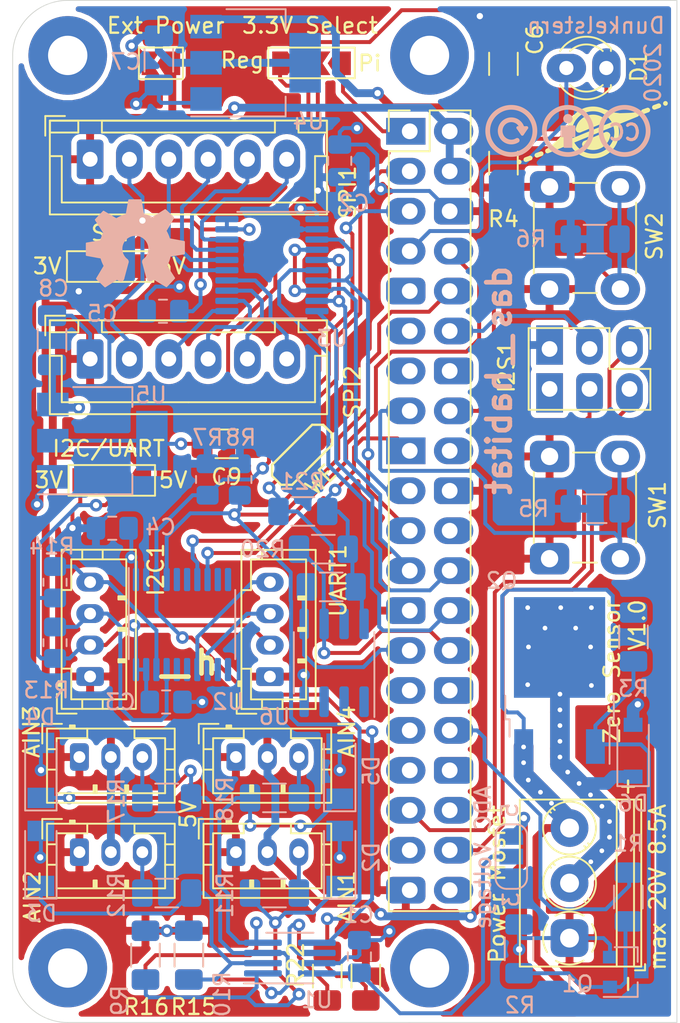
<source format=kicad_pcb>
(kicad_pcb (version 20171130) (host pcbnew "(5.1.7)-1")
  (layers (0 F.Cu signal) (31 B.Cu signal) (34 B.Paste user) (35 F.Paste user) (36 B.SilkS user) (37 F.SilkS user) (38 B.Mask user) (39 F.Mask user) (44 Edge.Cuts user))
  (net 0 "")
  (net 1 +3V3)
  (net 2 GND)
  (net 3 "Net-(J2-Pad40)")
  (net 4 "Net-(J2-Pad37)")
  (net 5 "Net-(J2-Pad36)")
  (net 6 "Net-(J2-Pad31)")
  (net 7 "Net-(J2-Pad29)")
  (net 8 "Net-(J2-Pad28)")
  (net 9 "Net-(J2-Pad27)")
  (net 10 "Net-(J2-Pad22)")
  (net 11 "Net-(J2-Pad18)")
  (net 12 "Net-(J2-Pad14)")
  (net 13 "Net-(J2-Pad13)")
  (net 14 Strobe)
  (net 15 "Net-(J2-Pad11)")
  (net 16 "Net-(J2-Pad9)")
  (net 17 +5V)
  (net 18 "Net-(Q1-Pad3)")
  (net 19 "Net-(Q1-Pad1)")
  (net 20 I2S_DOUT)
  (net 21 I2S_LRCLK)
  (net 22 I2S_BCLK)
  (net 23 LED)
  (net 24 Button2)
  (net 25 Button1)
  (net 26 UART_TX)
  (net 27 SPI_CE1)
  (net 28 SPI_CE0)
  (net 29 SPI_SCLK)
  (net 30 SPI_MISO)
  (net 31 SPI_MOSI)
  (net 32 UART_RX)
  (net 33 I2C_SCL)
  (net 34 I2C_SDA)
  (net 35 "Net-(D1-Pad1)")
  (net 36 "Net-(U2-Pad16)")
  (net 37 "Net-(U2-Pad15)")
  (net 38 "Net-(U2-Pad12)")
  (net 39 "Net-(U2-Pad11)")
  (net 40 "Net-(U2-Pad10)")
  (net 41 "Net-(U2-Pad9)")
  (net 42 "Net-(U2-Pad6)")
  (net 43 "Net-(U2-Pad5)")
  (net 44 "Net-(C3-Pad1)")
  (net 45 "Net-(C5-Pad1)")
  (net 46 "Net-(J2-Pad33)")
  (net 47 "Net-(J2-Pad30)")
  (net 48 "Net-(J2-Pad34)")
  (net 49 "Net-(C7-Pad1)")
  (net 50 "Net-(D2-Pad1)")
  (net 51 "Net-(D3-Pad1)")
  (net 52 "Net-(D4-Pad1)")
  (net 53 "Net-(D5-Pad1)")
  (net 54 "Net-(D6-Pad1)")
  (net 55 "Net-(AIN1-Pad3)")
  (net 56 "Net-(AIN2-Pad3)")
  (net 57 "Net-(AIN3-Pad3)")
  (net 58 "Net-(AIN4-Pad3)")
  (net 59 "Net-(I2C1-Pad4)")
  (net 60 "Net-(I2C1-Pad3)")
  (net 61 "Net-(U2-Pad14)")
  (net 62 "Net-(U2-Pad13)")
  (net 63 "Net-(SPI1-Pad6)")
  (net 64 "Net-(SPI1-Pad5)")
  (net 65 "Net-(SPI1-Pad4)")
  (net 66 "Net-(SPI1-Pad3)")
  (net 67 "Net-(SPI2-Pad6)")
  (net 68 "Net-(SPI2-Pad5)")
  (net 69 "Net-(SPI2-Pad4)")
  (net 70 "Net-(SPI2-Pad3)")
  (net 71 "Net-(J2-Pad17)")
  (net 72 "Net-(J2-Pad1)")
  (net 73 3V3_Regulator)
  (net 74 "Net-(R21-Pad2)")
  (net 75 "Net-(U6-Pad3)")
  (net 76 "Net-(U6-Pad2)")
  (net 77 "Net-(U6-Pad1)")
  (net 78 "Net-(R22-Pad2)")
  (net 79 "Net-(C1-Pad1)")
  (net 80 Ext_Supply)
  (module Connector_JST:JST_PH_B3B-PH-K_1x03_P2.00mm_Vertical (layer F.Cu) (at 95.8205 111.548)
    (fp_text reference AIN4 (at 7.0575 -1.618 90) (layer F.SilkS))
    (fp_text value AIN4 hide)
    (pad 3 thru_hole oval (at 4 0) (size 1.2 1.75) (drill 0.75) (layers *.Cu *.Mask) (net 58 "Net-(AIN4-Pad3)"))
    (pad 2 thru_hole oval (at 2 0) (size 1.2 1.75) (drill 0.75) (layers *.Cu *.Mask) (net 17 +5V))
    (pad 1 thru_hole roundrect (at 0 0) (size 1.2 1.75) (drill 0.75) (layers *.Cu *.Mask) (roundrect_rratio 0.2083325) (net 2 GND))
  )
  (module Resistor_SMD:R_1206_3216Metric_Pad1.30x1.75mm_HandSolder (layer F.Cu) (at 104.078 125.48 270)
    (fp_text reference R23 hide)
    (fp_text value 1.8k)
    (pad 2 smd roundrect (at 1.55 0 270) (size 1.3 1.75) (layers F.Cu F.Paste F.Mask) (roundrect_rratio 0.1923076923076923) (net 34 I2C_SDA))
    (pad 1 smd roundrect (at -1.55 0 270) (size 1.3 1.75) (layers F.Cu F.Paste F.Mask) (roundrect_rratio 0.1923076923076923) (net 2 GND))
  )
  (module Resistor_SMD:R_1206_3216Metric_Pad1.30x1.75mm_HandSolder (layer F.Cu) (at 101.628 125.48 270)
    (fp_text reference R22 (at -0.7 2 270) (layer F.SilkS))
    (fp_text value 1k)
    (pad 2 smd roundrect (at 1.55 0 270) (size 1.3 1.75) (layers F.Cu F.Paste F.Mask) (roundrect_rratio 0.1923076923076923) (net 78 "Net-(R22-Pad2)"))
    (pad 1 smd roundrect (at -1.55 0 270) (size 1.3 1.75) (layers F.Cu F.Paste F.Mask) (roundrect_rratio 0.1923076923076923) (net 34 I2C_SDA))
  )
  (module Jumper:SolderJumper-3_P1.3mm_Open_RoundedPad1.0x1.5mm_NumberLabels (layer B.Cu) (at 113.328 117.88 90)
    (fp_text reference JP5 hide)
    (fp_text value "ADC Voltage" (at -0.05 -1.8 90) (layer B.SilkS) (effects (justify mirror)))
    (fp_text user 3 (at -2.75 0 270) (layer B.SilkS) (effects (justify mirror)))
    (fp_text user 5 (at 2.95 -0.1 270) (layer B.SilkS) (effects (justify mirror)))
    (pad 2 smd rect (at 0 0 90) (size 1 1.5) (layers B.Cu B.Mask) (net 79 "Net-(C1-Pad1)"))
    (pad 3 smd custom (at 1.3 0 90) (size 1 0.5) (layers B.Cu B.Mask) (net 17 +5V) (options (clearance outline) (anchor rect)) (primitives (gr_circle (center 0 -0.25) (end 0.5 -0.25) (width 0)) (gr_circle (center 0 0.25) (end 0.5 0.25) (width 0)) (gr_poly (pts (xy -0.55 0.75) (xy 0 0.75) (xy 0 -0.75) (xy -0.55 -0.75)) (width 0))))
    (pad 1 smd custom (at -1.3 0 90) (size 1 0.5) (layers B.Cu B.Mask) (net 1 +3V3) (options (clearance outline) (anchor rect)) (primitives (gr_circle (center 0 -0.25) (end 0.5 -0.25) (width 0)) (gr_circle (center 0 0.25) (end 0.5 0.25) (width 0)) (gr_poly (pts (xy 0.55 0.75) (xy 0 0.75) (xy 0 -0.75) (xy 0.55 -0.75)) (width 0))))
  )
  (module Package_SO:SOIC-8_3.9x4.9mm_P1.27mm (layer B.Cu) (at 102.063 105.555 90)
    (fp_text reference U6 (at -3.425 -3.785) (layer B.SilkS) (effects (justify mirror)))
    (fp_text value 24LC32)
    (pad 8 smd roundrect (at 2.475 1.905 90) (size 1.95 0.6) (layers B.Cu B.Paste B.Mask) (net 71 "Net-(J2-Pad17)"))
    (pad 7 smd roundrect (at 2.475 0.635 90) (size 1.95 0.6) (layers B.Cu B.Paste B.Mask) (net 74 "Net-(R21-Pad2)"))
    (pad 6 smd roundrect (at 2.475 -0.635 90) (size 1.95 0.6) (layers B.Cu B.Paste B.Mask) (net 8 "Net-(J2-Pad28)"))
    (pad 5 smd roundrect (at 2.475 -1.905 90) (size 1.95 0.6) (layers B.Cu B.Paste B.Mask) (net 9 "Net-(J2-Pad27)"))
    (pad 4 smd roundrect (at -2.475 -1.905 90) (size 1.95 0.6) (layers B.Cu B.Paste B.Mask) (net 2 GND))
    (pad 3 smd roundrect (at -2.475 -0.635 90) (size 1.95 0.6) (layers B.Cu B.Paste B.Mask) (net 75 "Net-(U6-Pad3)"))
    (pad 2 smd roundrect (at -2.475 0.635 90) (size 1.95 0.6) (layers B.Cu B.Paste B.Mask) (net 76 "Net-(U6-Pad2)"))
    (pad 1 smd roundrect (at -2.475 1.905 90) (size 1.95 0.6) (layers B.Cu B.Paste B.Mask) (net 77 "Net-(U6-Pad1)"))
  )
  (module TestPoint:TestPoint_2Pads_Pitch2.54mm_Drill0.8mm (layer F.Cu) (at 99.131949 93.226051 45)
    (fp_text reference TP1 hide)
    (fp_text value Write hide)
    (fp_text user WE (at 0.984365 1.979899 45) (layer F.SilkS))
    (pad 2 smd circle (at 2.54 0 45) (size 1.4 1.4) (layers F.Cu F.Mask) (net 2 GND))
    (pad 1 smd circle (at 0 0 45) (size 1.4 1.4) (layers F.Cu F.Mask) (net 74 "Net-(R21-Pad2)"))
  )
  (module Resistor_SMD:R_1206_3216Metric_Pad1.30x1.75mm_HandSolder (layer B.Cu) (at 100.078 95.93 180)
    (fp_text reference R21 (at 0.05 1.9 180) (layer B.SilkS) (effects (justify mirror)))
    (fp_text value 1k)
    (pad 2 smd roundrect (at 1.55 0 180) (size 1.3 1.75) (layers B.Cu B.Paste B.Mask) (roundrect_rratio 0.1923076923076923) (net 74 "Net-(R21-Pad2)"))
    (pad 1 smd roundrect (at -1.55 0 180) (size 1.3 1.75) (layers B.Cu B.Paste B.Mask) (roundrect_rratio 0.1923076923076923) (net 71 "Net-(J2-Pad17)"))
  )
  (module Resistor_SMD:R_1206_3216Metric_Pad1.30x1.75mm_HandSolder (layer B.Cu) (at 101.378 98.33 180)
    (fp_text reference R20 (at 3.85 0) (layer B.SilkS) (effects (justify mirror)))
    (fp_text value 3.9k)
    (pad 2 smd roundrect (at 1.55 0 180) (size 1.3 1.75) (layers B.Cu B.Paste B.Mask) (roundrect_rratio 0.1923076923076923) (net 8 "Net-(J2-Pad28)"))
    (pad 1 smd roundrect (at -1.55 0 180) (size 1.3 1.75) (layers B.Cu B.Paste B.Mask) (roundrect_rratio 0.1923076923076923) (net 71 "Net-(J2-Pad17)"))
  )
  (module Resistor_SMD:R_1206_3216Metric_Pad1.30x1.75mm_HandSolder (layer B.Cu) (at 101.878 100.73)
    (fp_text reference R19 hide)
    (fp_text value 3.9k)
    (pad 2 smd roundrect (at 1.55 0) (size 1.3 1.75) (layers B.Cu B.Paste B.Mask) (roundrect_rratio 0.1923076923076923) (net 71 "Net-(J2-Pad17)"))
    (pad 1 smd roundrect (at -1.55 0) (size 1.3 1.75) (layers B.Cu B.Paste B.Mask) (roundrect_rratio 0.1923076923076923) (net 9 "Net-(J2-Pad27)"))
  )
  (module logos:Habitat_Short_Logo_Silkscreen_Top_Small (layer F.Cu) (at 93.528 106.33)
    (fp_text reference REF** hide)
    (fp_text value "Habitat Logo" hide)
    (fp_text user h (at -0.45 -0.775) (layer F.SilkS) (effects (font (size 1.5 1.5) (thickness 0.3)) (justify left)))
  )
  (module logos:Dunkelstern_Logo_Silkscreen_Top_Small (layer F.Cu) (at 118.528 71.83)
    (fp_text reference REF** hide)
    (fp_text value "Dunkelstern Logo" hide)
  )
  (module Jumper:SolderJumper-3_P2.0mm_Open_TrianglePad1.0x1.5mm_NumberLabels (layer F.Cu) (at 100.628 67.43)
    (fp_text reference JP4 hide)
    (fp_text value "3.3V Select" hide)
    (fp_text user Reg (at -4.4 -0.2) (layer F.SilkS))
    (fp_text user Pi (at 3.7 0) (layer F.SilkS))
    (fp_text user "3.3V Select" (at -0.1 -2.4) (layer F.SilkS))
    (pad 3 smd custom (at 2 0 180) (size 0.3 0.3) (layers F.Cu F.Mask) (net 72 "Net-(J2-Pad1)") (options (clearance outline) (anchor rect)) (primitives (gr_poly (pts (xy -0.5 -0.75) (xy 0.475 -0.75) (xy 0.975 0) (xy 0.475 0.75) (xy -0.5 0.75)) (width 0))))
    (pad 2 smd custom (at 0 0) (size 0.3 0.3) (layers F.Cu) (net 1 +3V3) (options (clearance outline) (anchor rect)) (primitives (gr_poly (pts (xy -1.2 -0.75) (xy 1.2 -0.75) (xy 0.7 0) (xy 1.2 0.75) (xy -1.2 0.75) (xy -0.7 0)) (width 0))))
    (pad 1 smd custom (at -2 0) (size 0.3 0.3) (layers F.Cu F.Mask) (net 73 3V3_Regulator) (options (clearance outline) (anchor rect)) (primitives (gr_poly (pts (xy -0.5 -0.75) (xy 0.475 -0.75) (xy 0.975 0) (xy 0.475 0.75) (xy -0.5 0.75)) (width 0))))
  )
  (module Package_TO_SOT_SMD:SOT-223-3_TabPin2 (layer B.Cu) (at 87.328 91.43)
    (fp_text reference U5 (at 3.1 -2.9) (layer B.SilkS) (effects (justify mirror)))
    (fp_text value NCP1117-3.3)
    (pad 1 smd rect (at -3.15 2.3) (size 2 1.5) (layers B.Cu B.Paste B.Mask) (net 2 GND))
    (pad 3 smd rect (at -3.15 -2.3) (size 2 1.5) (layers B.Cu B.Paste B.Mask) (net 17 +5V))
    (pad 2 smd rect (at -3.15 0) (size 2 1.5) (layers B.Cu B.Paste B.Mask) (net 73 3V3_Regulator))
    (pad 2 smd rect (at 3.15 0) (size 2 3.8) (layers B.Cu B.Paste B.Mask) (net 73 3V3_Regulator))
  )
  (module Capacitor_SMD:C_1206_3216Metric_Pad1.33x1.80mm_HandSolder (layer F.Cu) (at 95.228 91.63)
    (fp_text reference C9 (at 0 2.1) (layer F.SilkS))
    (fp_text value 10u)
    (pad 2 smd roundrect (at 1.5625 0) (size 1.325 1.8) (layers F.Cu F.Paste F.Mask) (roundrect_rratio 0.1886784905660377) (net 2 GND))
    (pad 1 smd roundrect (at -1.5625 0) (size 1.325 1.8) (layers F.Cu F.Paste F.Mask) (roundrect_rratio 0.1886784905660377) (net 73 3V3_Regulator))
  )
  (module Capacitor_SMD:C_1206_3216Metric_Pad1.33x1.80mm_HandSolder (layer B.Cu) (at 84.128 85.0425 90)
    (fp_text reference C8 (at 3.3 0.1 180) (layer B.SilkS) (effects (justify mirror)))
    (fp_text value 10u)
    (pad 2 smd roundrect (at 1.5625 0 90) (size 1.325 1.8) (layers B.Cu B.Paste B.Mask) (roundrect_rratio 0.1886784905660377) (net 2 GND))
    (pad 1 smd roundrect (at -1.5625 0 90) (size 1.325 1.8) (layers B.Cu B.Paste B.Mask) (roundrect_rratio 0.1886784905660377) (net 17 +5V))
  )
  (module logos:Habitat_Logo_Silkscreen_Top_Small (layer B.Cu) (at 113.328 87.23 270)
    (fp_text reference REF** hide)
    (fp_text value "Habitat Logo" hide)
    (fp_text user das (at -2.75 0.775 90) (layer B.SilkS) (effects (font (size 1.5 1.5) (thickness 0.3)) (justify right mirror)))
    (fp_text user habitat (at -0.45 0.775 90) (layer B.SilkS) (effects (font (size 1.5 1.5) (thickness 0.3)) (justify left mirror)))
  )
  (module logos:Open_Source_Hardware_Logo_Silkscreen_Top_Small (layer B.Cu) (at 89.428 79.23 180)
    (fp_text reference REF** hide)
    (fp_text value "Open Source Hardware" hide)
  )
  (module logos:CreativeCommons_Silkscreen_Top_Small (layer B.Cu) (at 120.528 71.73 180)
    (fp_text reference REF** hide)
    (fp_text value "Creative Commons" hide)
    (fp_text user CC (at 0 -0.1) (layer B.SilkS) (effects (font (thickness 0.2)) (justify mirror)))
  )
  (module logos:CreativeCommons_Sharealike_Silkscreen_Top_Small (layer B.Cu) (at 113.328 71.73 180)
    (fp_text reference REF** hide)
    (fp_text value "Creative Commons Sharealike" hide)
  )
  (module logos:CreativeCommons_Attribution_Silkscreen_Top_Small (layer B.Cu) (at 116.928 71.73 180)
    (fp_text reference REF** hide)
    (fp_text value "Creative Commons Attribution" hide)
  )
  (module Jumper:SolderJumper-2_P1.3mm_Open_TrianglePad1.0x1.5mm (layer F.Cu) (at 91.053 67.43 180)
    (fp_text reference JP2 hide)
    (fp_text value "Power In" hide)
    (fp_text user "Ext Power" (at -0.3 2.4 180) (layer F.SilkS))
    (pad 1 smd custom (at -0.725 0 180) (size 0.3 0.3) (layers F.Cu F.Mask) (net 17 +5V) (options (clearance outline) (anchor rect)) (primitives (gr_poly (pts (xy -0.5 -0.75) (xy 0.475 -0.75) (xy 0.975 0) (xy 0.475 0.75) (xy -0.5 0.75)) (width 0))))
    (pad 2 smd custom (at 0.725 0 180) (size 0.3 0.3) (layers F.Cu F.Mask) (net 49 "Net-(C7-Pad1)") (options (clearance outline) (anchor rect)) (primitives (gr_poly (pts (xy -0.65 -0.75) (xy 0.5 -0.75) (xy 0.5 0.75) (xy -0.65 0.75) (xy -0.15 0)) (width 0))))
  )
  (module Jumper:SolderJumper-3_P2.0mm_Open_TrianglePad1.0x1.5mm_NumberLabels (layer F.Cu) (at 87.828 80.33 180)
    (fp_text reference JP3 hide)
    (fp_text value "SPI Volt" hide)
    (fp_text user 5V (at -3.9 0) (layer F.SilkS))
    (fp_text user 3V (at 4 0) (layer F.SilkS))
    (fp_text user SPI (at 0 2.1) (layer F.SilkS))
    (pad 3 smd custom (at 2 0) (size 0.25 0.3) (layers F.Cu F.Mask) (net 1 +3V3) (options (clearance outline) (anchor rect)) (primitives (gr_poly (pts (xy -0.5 -0.75) (xy 0.475 -0.75) (xy 0.975 0) (xy 0.475 0.75) (xy -0.5 0.75)) (width 0))))
    (pad 2 smd custom (at 0 0 180) (size 0.3 0.3) (layers F.Cu) (net 45 "Net-(C5-Pad1)") (options (clearance outline) (anchor rect)) (primitives (gr_poly (pts (xy -1.2 -0.75) (xy 1.2 -0.75) (xy 0.7 0) (xy 1.2 0.75) (xy -1.2 0.75) (xy -0.7 0)) (width 0))))
    (pad 1 smd custom (at -2 0 180) (size 0.3 0.3) (layers F.Cu F.Mask) (net 17 +5V) (options (clearance outline) (anchor rect)) (primitives (gr_poly (pts (xy -0.5 -0.75) (xy 0.475 -0.75) (xy 0.975 0) (xy 0.475 0.75) (xy -0.5 0.75)) (width 0))))
  )
  (module Jumper:SolderJumper-3_P2.0mm_Open_TrianglePad1.0x1.5mm_NumberLabels (layer F.Cu) (at 87.928 93.93 180)
    (fp_text reference JP1 hide)
    (fp_text value "I2C UART Volt" hide)
    (fp_text user 5V (at -3.9 0) (layer F.SilkS))
    (fp_text user 3V (at 4 0) (layer F.SilkS))
    (fp_text user I2C/UART (at 0.2 2 180) (layer F.SilkS))
    (pad 3 smd custom (at 2 0) (size 0.25 0.3) (layers F.Cu F.Mask) (net 1 +3V3) (options (clearance outline) (anchor rect)) (primitives (gr_poly (pts (xy -0.5 -0.75) (xy 0.475 -0.75) (xy 0.975 0) (xy 0.475 0.75) (xy -0.5 0.75)) (width 0))))
    (pad 2 smd custom (at 0 0 180) (size 0.3 0.3) (layers F.Cu) (net 44 "Net-(C3-Pad1)") (options (clearance outline) (anchor rect)) (primitives (gr_poly (pts (xy -1.2 -0.75) (xy 1.2 -0.75) (xy 0.7 0) (xy 1.2 0.75) (xy -1.2 0.75) (xy -0.7 0)) (width 0))))
    (pad 1 smd custom (at -2 0 180) (size 0.3 0.3) (layers F.Cu F.Mask) (net 17 +5V) (options (clearance outline) (anchor rect)) (primitives (gr_poly (pts (xy -0.5 -0.75) (xy 0.475 -0.75) (xy 0.975 0) (xy 0.475 0.75) (xy -0.5 0.75)) (width 0))))
  )
  (module Diode_SMD:D_SOD-123 (layer B.Cu) (at 121.0705 111.148 90)
    (fp_text reference D6 (at -3.35 0) (layer B.SilkS) (effects (justify mirror)))
    (fp_text value BAT43W-V)
    (pad 2 smd rect (at 1.65 0 90) (size 0.9 1.2) (layers B.Cu B.Paste B.Mask) (net 2 GND))
    (pad 1 smd rect (at -1.65 0 90) (size 0.9 1.2) (layers B.Cu B.Paste B.Mask) (net 54 "Net-(D6-Pad1)"))
  )
  (module Connector_PinHeader_2.54mm:PinHeader_2x20_P2.54mm_Vertical (layer F.Cu) (at 106.8705 71.755)
    (fp_text reference J2 hide)
    (fp_text value Raspberry_Pi_2_3 hide)
    (pad 40 thru_hole oval (at 2.54 48.26) (size 2.5 1.7) (drill 1 (offset 0.25 0)) (layers *.Cu *.Mask) (net 3 "Net-(J2-Pad40)"))
    (pad 39 thru_hole roundrect (at 0 48.26) (size 2.5 1.7) (drill 1 (offset -0.25 0)) (layers *.Cu *.Mask) (net 2 GND))
    (pad 38 thru_hole oval (at 2.54 45.72) (size 2.5 1.7) (drill 1 (offset 0.25 0)) (layers *.Cu *.Mask) (net 20 I2S_DOUT))
    (pad 37 thru_hole oval (at 0 45.72) (size 2.5 1.7) (drill 1 (offset -0.25 0)) (layers *.Cu *.Mask) (net 4 "Net-(J2-Pad37)"))
    (pad 36 thru_hole oval (at 2.54 43.18) (size 2.5 1.7) (drill 1 (offset 0.25 0)) (layers *.Cu *.Mask) (net 5 "Net-(J2-Pad36)"))
    (pad 35 thru_hole oval (at 0 43.18) (size 2.5 1.7) (drill 1 (offset -0.25 0)) (layers *.Cu *.Mask) (net 21 I2S_LRCLK))
    (pad 34 thru_hole roundrect (at 2.54 40.64) (size 2.5 1.7) (drill 1 (offset 0.25 0)) (layers *.Cu *.Mask) (net 48 "Net-(J2-Pad34)"))
    (pad 33 thru_hole oval (at 0 40.64) (size 2.5 1.7) (drill 1 (offset -0.25 0)) (layers *.Cu *.Mask) (net 46 "Net-(J2-Pad33)"))
    (pad 32 thru_hole oval (at 2.54 38.1) (size 2.5 1.7) (drill 1 (offset 0.25 0)) (layers *.Cu *.Mask) (net 14 Strobe))
    (pad 31 thru_hole oval (at 0 38.1) (size 2.5 1.7) (drill 1 (offset -0.25 0)) (layers *.Cu *.Mask) (net 6 "Net-(J2-Pad31)"))
    (pad 30 thru_hole roundrect (at 2.54 35.56) (size 2.5 1.7) (drill 1 (offset 0.25 0)) (layers *.Cu *.Mask) (net 47 "Net-(J2-Pad30)"))
    (pad 29 thru_hole oval (at 0 35.56) (size 2.5 1.7) (drill 1 (offset -0.25 0)) (layers *.Cu *.Mask) (net 7 "Net-(J2-Pad29)"))
    (pad 28 thru_hole oval (at 2.54 33.02) (size 2.5 1.7) (drill 1 (offset 0.25 0)) (layers *.Cu *.Mask) (net 8 "Net-(J2-Pad28)"))
    (pad 27 thru_hole oval (at 0 33.02) (size 2.5 1.7) (drill 1 (offset -0.25 0)) (layers *.Cu *.Mask) (net 9 "Net-(J2-Pad27)"))
    (pad 26 thru_hole oval (at 2.54 30.48) (size 2.5 1.7) (drill 1 (offset 0.25 0)) (layers *.Cu *.Mask) (net 27 SPI_CE1))
    (pad 25 thru_hole roundrect (at 0 30.48) (size 2.5 1.7) (drill 1 (offset -0.25 0)) (layers *.Cu *.Mask) (net 2 GND))
    (pad 24 thru_hole oval (at 2.54 27.94) (size 2.5 1.7) (drill 1 (offset 0.25 0)) (layers *.Cu *.Mask) (net 28 SPI_CE0))
    (pad 23 thru_hole oval (at 0 27.94) (size 2.5 1.7) (drill 1 (offset -0.25 0)) (layers *.Cu *.Mask) (net 29 SPI_SCLK))
    (pad 22 thru_hole oval (at 2.54 25.4) (size 2.5 1.7) (drill 1 (offset 0.25 0)) (layers *.Cu *.Mask) (net 10 "Net-(J2-Pad22)"))
    (pad 21 thru_hole oval (at 0 25.4) (size 2.5 1.7) (drill 1 (offset -0.25 0)) (layers *.Cu *.Mask) (net 30 SPI_MISO))
    (pad 20 thru_hole roundrect (at 2.54 22.86) (size 2.5 1.7) (drill 1 (offset 0.25 0)) (layers *.Cu *.Mask) (net 2 GND))
    (pad 19 thru_hole oval (at 0 22.86) (size 2.5 1.7) (drill 1 (offset -0.25 0)) (layers *.Cu *.Mask) (net 31 SPI_MOSI))
    (pad 18 thru_hole oval (at 2.54 20.32) (size 2.5 1.7) (drill 1 (offset 0.25 0)) (layers *.Cu *.Mask) (net 11 "Net-(J2-Pad18)"))
    (pad 17 thru_hole rect (at 0 20.32) (size 2.5 1.7) (drill 1 (offset -0.25 0)) (layers *.Cu *.Mask) (net 71 "Net-(J2-Pad17)"))
    (pad 16 thru_hole oval (at 2.54 17.78) (size 2.5 1.7) (drill 1 (offset 0.25 0)) (layers *.Cu *.Mask) (net 24 Button2))
    (pad 15 thru_hole oval (at 0 17.78) (size 2.5 1.7) (drill 1 (offset -0.25 0)) (layers *.Cu *.Mask) (net 25 Button1))
    (pad 14 thru_hole roundrect (at 2.54 15.24) (size 2.5 1.7) (drill 1 (offset 0.25 0)) (layers *.Cu *.Mask) (net 12 "Net-(J2-Pad14)"))
    (pad 13 thru_hole oval (at 0 15.24) (size 2.5 1.7) (drill 1 (offset -0.25 0)) (layers *.Cu *.Mask) (net 13 "Net-(J2-Pad13)"))
    (pad 12 thru_hole oval (at 2.54 12.7) (size 2.5 1.7) (drill 1 (offset 0.25 0)) (layers *.Cu *.Mask) (net 22 I2S_BCLK))
    (pad 11 thru_hole oval (at 0 12.7) (size 2.5 1.7) (drill 1 (offset -0.25 0)) (layers *.Cu *.Mask) (net 15 "Net-(J2-Pad11)"))
    (pad 10 thru_hole oval (at 2.54 10.16) (size 2.5 1.7) (drill 1 (offset 0.25 0)) (layers *.Cu *.Mask) (net 32 UART_RX))
    (pad 9 thru_hole roundrect (at 0 10.16) (size 2.5 1.7) (drill 1 (offset -0.25 0)) (layers *.Cu *.Mask) (net 16 "Net-(J2-Pad9)"))
    (pad 8 thru_hole oval (at 2.54 7.62) (size 2.5 1.7) (drill 1 (offset 0.25 0)) (layers *.Cu *.Mask) (net 26 UART_TX))
    (pad 7 thru_hole oval (at 0 7.62) (size 2.5 1.7) (drill 1 (offset -0.25 0)) (layers *.Cu *.Mask) (net 23 LED))
    (pad 6 thru_hole roundrect (at 2.54 5.08) (size 2.5 1.7) (drill 1 (offset 0.25 0)) (layers *.Cu *.Mask) (net 2 GND))
    (pad 5 thru_hole oval (at 0 5.08) (size 2.5 1.7) (drill 1 (offset -0.25 0)) (layers *.Cu *.Mask) (net 33 I2C_SCL))
    (pad 4 thru_hole oval (at 2.54 2.54) (size 2.5 1.7) (drill 1 (offset 0.25 0)) (layers *.Cu *.Mask) (net 17 +5V))
    (pad 3 thru_hole oval (at 0 2.54) (size 2.5 1.7) (drill 1 (offset -0.25 0)) (layers *.Cu *.Mask) (net 34 I2C_SDA))
    (pad 2 thru_hole oval (at 2.54 0) (size 2.5 1.7) (drill 1 (offset 0.25 0)) (layers *.Cu *.Mask) (net 17 +5V))
    (pad 1 thru_hole rect (at 0 0) (size 2.5 1.7) (drill 1 (offset -0.25 0)) (layers *.Cu *.Mask) (net 72 "Net-(J2-Pad1)"))
  )
  (module Capacitor_SMD:C_1206_3216Metric_Pad1.33x1.80mm_HandSolder (layer F.Cu) (at 112.828 67.4675 270)
    (fp_text reference C6 (at -1.5375 -2 90) (layer F.SilkS))
    (fp_text value 10u)
    (pad 2 smd roundrect (at 1.5625 0 270) (size 1.325 1.8) (layers F.Cu F.Paste F.Mask) (roundrect_rratio 0.1886784905660377) (net 2 GND))
    (pad 1 smd roundrect (at -1.5625 0 270) (size 1.325 1.8) (layers F.Cu F.Paste F.Mask) (roundrect_rratio 0.1886784905660377) (net 80 Ext_Supply))
  )
  (module Diode_SMD:D_MiniMELF (layer B.Cu) (at 102.4205 112.448 90)
    (fp_text reference D5 (at 0.018 2.0075 270) (layer B.SilkS) (effects (justify mirror)))
    (fp_text value 3.6V)
    (pad 2 smd rect (at 1.75 0 90) (size 1.3 1.7) (layers B.Cu B.Paste B.Mask) (net 2 GND))
    (pad 1 smd rect (at -1.75 0 90) (size 1.3 1.7) (layers B.Cu B.Paste B.Mask) (net 53 "Net-(D5-Pad1)"))
  )
  (module Diode_SMD:D_MiniMELF (layer B.Cu) (at 83.4205 112.398 90)
    (fp_text reference D4 (at 3.4 -0.05 180) (layer B.SilkS) (effects (justify mirror)))
    (fp_text value 3.6V)
    (pad 2 smd rect (at 1.75 0 90) (size 1.3 1.7) (layers B.Cu B.Paste B.Mask) (net 2 GND))
    (pad 1 smd rect (at -1.75 0 90) (size 1.3 1.7) (layers B.Cu B.Paste B.Mask) (net 52 "Net-(D4-Pad1)"))
  )
  (module Diode_SMD:D_MiniMELF (layer B.Cu) (at 83.4205 117.998 90)
    (fp_text reference D3 (at -3.5 0.05 180) (layer B.SilkS) (effects (justify mirror)))
    (fp_text value 3.6V)
    (pad 2 smd rect (at 1.75 0 90) (size 1.3 1.7) (layers B.Cu B.Paste B.Mask) (net 2 GND))
    (pad 1 smd rect (at -1.75 0 90) (size 1.3 1.7) (layers B.Cu B.Paste B.Mask) (net 51 "Net-(D3-Pad1)"))
  )
  (module Diode_SMD:D_MiniMELF (layer B.Cu) (at 102.4205 117.998 90)
    (fp_text reference D2 (at 0.068 2.0075 270) (layer B.SilkS) (effects (justify mirror)))
    (fp_text value 3.6V)
    (pad 2 smd rect (at 1.75 0 90) (size 1.3 1.7) (layers B.Cu B.Paste B.Mask) (net 2 GND))
    (pad 1 smd rect (at -1.75 0 90) (size 1.3 1.7) (layers B.Cu B.Paste B.Mask) (net 50 "Net-(D2-Pad1)"))
  )
  (module Package_TO_SOT_SMD:SOT-223-3_TabPin2 (layer B.Cu) (at 97.0705 67.398)
    (fp_text reference U4 (at 3.3575 3.732) (layer B.SilkS) (effects (justify mirror)))
    (fp_text value NCP1117-5.0)
    (pad 1 smd rect (at -3.15 2.3) (size 2 1.5) (layers B.Cu B.Paste B.Mask) (net 2 GND))
    (pad 3 smd rect (at -3.15 -2.3) (size 2 1.5) (layers B.Cu B.Paste B.Mask) (net 80 Ext_Supply))
    (pad 2 smd rect (at -3.15 0) (size 2 1.5) (layers B.Cu B.Paste B.Mask) (net 49 "Net-(C7-Pad1)"))
    (pad 2 smd rect (at 3.15 0) (size 2 3.8) (layers B.Cu B.Paste B.Mask) (net 49 "Net-(C7-Pad1)"))
  )
  (module Capacitor_SMD:C_1206_3216Metric_Pad1.33x1.80mm_HandSolder (layer B.Cu) (at 90.9205 67.248 270)
    (fp_text reference C7 (at 0.082 2.0925) (layer B.SilkS) (effects (justify mirror)))
    (fp_text value 10u)
    (pad 2 smd roundrect (at 1.5625 0 270) (size 1.325 1.8) (layers B.Cu B.Paste B.Mask) (roundrect_rratio 0.1886784905660377) (net 2 GND))
    (pad 1 smd roundrect (at -1.5625 0 270) (size 1.325 1.8) (layers B.Cu B.Paste B.Mask) (roundrect_rratio 0.1886784905660377) (net 49 "Net-(C7-Pad1)"))
  )
  (module Capacitor_SMD:C_0805_2012Metric_Pad1.18x1.45mm_HandSolder (layer B.Cu) (at 91.183 83.198 180)
    (fp_text reference C5 (at 3.8625 -0.15) (layer B.SilkS) (effects (justify mirror)))
    (fp_text value 100n)
    (pad 2 smd roundrect (at 1.0375 0 180) (size 1.175 1.45) (layers B.Cu B.Paste B.Mask) (roundrect_rratio 0.2127659574468085) (net 2 GND))
    (pad 1 smd roundrect (at -1.0375 0 180) (size 1.175 1.45) (layers B.Cu B.Paste B.Mask) (roundrect_rratio 0.2127659574468085) (net 45 "Net-(C5-Pad1)"))
  )
  (module Capacitor_SMD:C_0805_2012Metric_Pad1.18x1.45mm_HandSolder (layer B.Cu) (at 87.958 96.998)
    (fp_text reference C4 (at 3.07 -0.068) (layer B.SilkS) (effects (justify mirror)))
    (fp_text value 100n)
    (pad 2 smd roundrect (at 1.0375 0) (size 1.175 1.45) (layers B.Cu B.Paste B.Mask) (roundrect_rratio 0.2127659574468085) (net 2 GND))
    (pad 1 smd roundrect (at -1.0375 0) (size 1.175 1.45) (layers B.Cu B.Paste B.Mask) (roundrect_rratio 0.2127659574468085) (net 1 +3V3))
  )
  (module Capacitor_SMD:C_0805_2012Metric_Pad1.18x1.45mm_HandSolder (layer B.Cu) (at 91.383 108.048)
    (fp_text reference C3 (at -2.9125 0 180) (layer B.SilkS) (effects (justify mirror)))
    (fp_text value 100n)
    (pad 2 smd roundrect (at 1.0375 0) (size 1.175 1.45) (layers B.Cu B.Paste B.Mask) (roundrect_rratio 0.2127659574468085) (net 2 GND))
    (pad 1 smd roundrect (at -1.0375 0) (size 1.175 1.45) (layers B.Cu B.Paste B.Mask) (roundrect_rratio 0.2127659574468085) (net 44 "Net-(C3-Pad1)"))
  )
  (module Capacitor_SMD:C_0805_2012Metric_Pad1.18x1.45mm_HandSolder (layer B.Cu) (at 102.4205 73.6355 90)
    (fp_text reference C2 (at -2.6945 0.9075) (layer B.SilkS) (effects (justify mirror)))
    (fp_text value 100n)
    (pad 2 smd roundrect (at 1.0375 0 90) (size 1.175 1.45) (layers B.Cu B.Paste B.Mask) (roundrect_rratio 0.2127659574468085) (net 2 GND))
    (pad 1 smd roundrect (at -1.0375 0 90) (size 1.175 1.45) (layers B.Cu B.Paste B.Mask) (roundrect_rratio 0.2127659574468085) (net 1 +3V3))
  )
  (module Resistor_SMD:R_1206_3216Metric_Pad1.30x1.75mm_HandSolder (layer B.Cu) (at 98.2705 114.148)
    (fp_text reference R18 (at -3.1425 0.082 90) (layer B.SilkS) (effects (justify mirror)))
    (fp_text value a)
    (pad 2 smd roundrect (at 1.55 0) (size 1.3 1.75) (layers B.Cu B.Paste B.Mask) (roundrect_rratio 0.1923076923076923) (net 58 "Net-(AIN4-Pad3)"))
    (pad 1 smd roundrect (at -1.55 0) (size 1.3 1.75) (layers B.Cu B.Paste B.Mask) (roundrect_rratio 0.1923076923076923) (net 53 "Net-(D5-Pad1)"))
  )
  (module Resistor_SMD:R_1206_3216Metric_Pad1.30x1.75mm_HandSolder (layer B.Cu) (at 91.4205 114.148 180)
    (fp_text reference R17 (at 3.1925 -0.182 90) (layer B.SilkS) (effects (justify mirror)))
    (fp_text value a)
    (pad 2 smd roundrect (at 1.55 0 180) (size 1.3 1.75) (layers B.Cu B.Paste B.Mask) (roundrect_rratio 0.1923076923076923) (net 57 "Net-(AIN3-Pad3)"))
    (pad 1 smd roundrect (at -1.55 0 180) (size 1.3 1.75) (layers B.Cu B.Paste B.Mask) (roundrect_rratio 0.1923076923076923) (net 52 "Net-(D4-Pad1)"))
  )
  (module Resistor_SMD:R_1206_3216Metric_Pad1.30x1.75mm_HandSolder (layer F.Cu) (at 90.0705 124.148 270)
    (fp_text reference R16 (at 3.282 -0.0575) (layer F.SilkS))
    (fp_text value b)
    (pad 2 smd roundrect (at 1.55 0 270) (size 1.3 1.75) (layers F.Cu F.Paste F.Mask) (roundrect_rratio 0.1923076923076923) (net 53 "Net-(D5-Pad1)"))
    (pad 1 smd roundrect (at -1.55 0 270) (size 1.3 1.75) (layers F.Cu F.Paste F.Mask) (roundrect_rratio 0.1923076923076923) (net 2 GND))
  )
  (module Resistor_SMD:R_1206_3216Metric_Pad1.30x1.75mm_HandSolder (layer F.Cu) (at 92.828 124.148 270)
    (fp_text reference R15 (at 3.282 -0.3) (layer F.SilkS))
    (fp_text value b)
    (pad 2 smd roundrect (at 1.55 0 270) (size 1.3 1.75) (layers F.Cu F.Paste F.Mask) (roundrect_rratio 0.1923076923076923) (net 52 "Net-(D4-Pad1)"))
    (pad 1 smd roundrect (at -1.55 0 270) (size 1.3 1.75) (layers F.Cu F.Paste F.Mask) (roundrect_rratio 0.1923076923076923) (net 2 GND))
  )
  (module Connector_JST:JST_PH_B3B-PH-K_1x03_P2.00mm_Vertical (layer F.Cu) (at 85.8705 111.548)
    (fp_text reference AIN3 (at -3.0425 -1.618 90) (layer F.SilkS))
    (fp_text value AIN3 hide)
    (pad 3 thru_hole oval (at 4 0) (size 1.2 1.75) (drill 0.75) (layers *.Cu *.Mask) (net 57 "Net-(AIN3-Pad3)"))
    (pad 2 thru_hole oval (at 2 0) (size 1.2 1.75) (drill 0.75) (layers *.Cu *.Mask) (net 17 +5V))
    (pad 1 thru_hole roundrect (at 0 0) (size 1.2 1.75) (drill 0.75) (layers *.Cu *.Mask) (roundrect_rratio 0.2083325) (net 2 GND))
  )
  (module Connector_JST:JST_PH_B3B-PH-K_1x03_P2.00mm_Vertical (layer F.Cu) (at 95.8205 117.598)
    (fp_text reference AIN1 (at 7.0575 2.832 90) (layer F.SilkS))
    (fp_text value AIN1 hide)
    (pad 3 thru_hole oval (at 4 0) (size 1.2 1.75) (drill 0.75) (layers *.Cu *.Mask) (net 55 "Net-(AIN1-Pad3)"))
    (pad 2 thru_hole oval (at 2 0) (size 1.2 1.75) (drill 0.75) (layers *.Cu *.Mask) (net 17 +5V))
    (pad 1 thru_hole roundrect (at 0 0) (size 1.2 1.75) (drill 0.75) (layers *.Cu *.Mask) (roundrect_rratio 0.2083325) (net 2 GND))
  )
  (module Connector_JST:JST_PH_B3B-PH-K_1x03_P2.00mm_Vertical (layer F.Cu) (at 85.8705 117.598)
    (fp_text reference AIN2 (at -2.9925 2.832 90) (layer F.SilkS))
    (fp_text value AIN2 hide)
    (pad 3 thru_hole oval (at 4 0) (size 1.2 1.75) (drill 0.75) (layers *.Cu *.Mask) (net 56 "Net-(AIN2-Pad3)"))
    (pad 2 thru_hole oval (at 2 0) (size 1.2 1.75) (drill 0.75) (layers *.Cu *.Mask) (net 17 +5V))
    (pad 1 thru_hole roundrect (at 0 0) (size 1.2 1.75) (drill 0.75) (layers *.Cu *.Mask) (roundrect_rratio 0.2083325) (net 2 GND))
  )
  (module Connector_JST:JST_PH_B4B-PH-K_1x04_P2.00mm_Vertical (layer F.Cu) (at 97.9805 106.433 90)
    (fp_text reference UART1 (at 6.103 4.3475 270) (layer F.SilkS))
    (fp_text value UART hide)
    (pad 4 thru_hole oval (at 6 0 90) (size 1.2 1.75) (drill 0.75) (layers *.Cu *.Mask) (net 61 "Net-(U2-Pad14)"))
    (pad 3 thru_hole oval (at 4 0 90) (size 1.2 1.75) (drill 0.75) (layers *.Cu *.Mask) (net 62 "Net-(U2-Pad13)"))
    (pad 2 thru_hole oval (at 2 0 90) (size 1.2 1.75) (drill 0.75) (layers *.Cu *.Mask) (net 44 "Net-(C3-Pad1)"))
    (pad 1 thru_hole roundrect (at 0 0 90) (size 1.2 1.75) (drill 0.75) (layers *.Cu *.Mask) (roundrect_rratio 0.2083325) (net 2 GND))
  )
  (module Connector_JST:JST_PH_B4B-PH-K_1x04_P2.00mm_Vertical (layer F.Cu) (at 86.5505 106.426 90)
    (fp_text reference I2C1 (at 6.796 4.1775 270) (layer F.SilkS))
    (fp_text value I2C hide)
    (pad 4 thru_hole oval (at 6 0 90) (size 1.2 1.75) (drill 0.75) (layers *.Cu *.Mask) (net 59 "Net-(I2C1-Pad4)"))
    (pad 3 thru_hole oval (at 4 0 90) (size 1.2 1.75) (drill 0.75) (layers *.Cu *.Mask) (net 60 "Net-(I2C1-Pad3)"))
    (pad 2 thru_hole oval (at 2 0 90) (size 1.2 1.75) (drill 0.75) (layers *.Cu *.Mask) (net 44 "Net-(C3-Pad1)"))
    (pad 1 thru_hole roundrect (at 0 0 90) (size 1.2 1.75) (drill 0.75) (layers *.Cu *.Mask) (roundrect_rratio 0.2083325) (net 2 GND))
  )
  (module Package_SO:TSSOP-20_4.4x6.5mm_P0.65mm (layer B.Cu) (at 98.1075 80.264 180)
    (fp_text reference U3 (at -3.8205 -4.666) (layer B.SilkS) (effects (justify mirror)))
    (fp_text value LSF0108)
    (pad 20 smd roundrect (at 2.8625 2.925 180) (size 1.475 0.4) (layers B.Cu B.Paste B.Mask) (net 45 "Net-(C5-Pad1)"))
    (pad 19 smd roundrect (at 2.8625 2.275 180) (size 1.475 0.4) (layers B.Cu B.Paste B.Mask) (net 45 "Net-(C5-Pad1)"))
    (pad 18 smd roundrect (at 2.8625 1.625 180) (size 1.475 0.4) (layers B.Cu B.Paste B.Mask) (net 63 "Net-(SPI1-Pad6)"))
    (pad 17 smd roundrect (at 2.8625 0.975 180) (size 1.475 0.4) (layers B.Cu B.Paste B.Mask) (net 64 "Net-(SPI1-Pad5)"))
    (pad 16 smd roundrect (at 2.8625 0.325 180) (size 1.475 0.4) (layers B.Cu B.Paste B.Mask) (net 65 "Net-(SPI1-Pad4)"))
    (pad 15 smd roundrect (at 2.8625 -0.325 180) (size 1.475 0.4) (layers B.Cu B.Paste B.Mask) (net 66 "Net-(SPI1-Pad3)"))
    (pad 14 smd roundrect (at 2.8625 -0.975 180) (size 1.475 0.4) (layers B.Cu B.Paste B.Mask) (net 67 "Net-(SPI2-Pad6)"))
    (pad 13 smd roundrect (at 2.8625 -1.625 180) (size 1.475 0.4) (layers B.Cu B.Paste B.Mask) (net 68 "Net-(SPI2-Pad5)"))
    (pad 12 smd roundrect (at 2.8625 -2.275 180) (size 1.475 0.4) (layers B.Cu B.Paste B.Mask) (net 69 "Net-(SPI2-Pad4)"))
    (pad 11 smd roundrect (at 2.8625 -2.925 180) (size 1.475 0.4) (layers B.Cu B.Paste B.Mask) (net 70 "Net-(SPI2-Pad3)"))
    (pad 10 smd roundrect (at -2.8625 -2.925 180) (size 1.475 0.4) (layers B.Cu B.Paste B.Mask) (net 28 SPI_CE0))
    (pad 9 smd roundrect (at -2.8625 -2.275 180) (size 1.475 0.4) (layers B.Cu B.Paste B.Mask) (net 29 SPI_SCLK))
    (pad 8 smd roundrect (at -2.8625 -1.625 180) (size 1.475 0.4) (layers B.Cu B.Paste B.Mask) (net 31 SPI_MOSI))
    (pad 7 smd roundrect (at -2.8625 -0.975 180) (size 1.475 0.4) (layers B.Cu B.Paste B.Mask) (net 30 SPI_MISO))
    (pad 6 smd roundrect (at -2.8625 -0.325 180) (size 1.475 0.4) (layers B.Cu B.Paste B.Mask) (net 27 SPI_CE1))
    (pad 5 smd roundrect (at -2.8625 0.325 180) (size 1.475 0.4) (layers B.Cu B.Paste B.Mask) (net 29 SPI_SCLK))
    (pad 4 smd roundrect (at -2.8625 0.975 180) (size 1.475 0.4) (layers B.Cu B.Paste B.Mask) (net 31 SPI_MOSI))
    (pad 3 smd roundrect (at -2.8625 1.625 180) (size 1.475 0.4) (layers B.Cu B.Paste B.Mask) (net 30 SPI_MISO))
    (pad 2 smd roundrect (at -2.8625 2.275 180) (size 1.475 0.4) (layers B.Cu B.Paste B.Mask) (net 1 +3V3))
    (pad 1 smd roundrect (at -2.8625 2.925 180) (size 1.475 0.4) (layers B.Cu B.Paste B.Mask) (net 2 GND))
  )
  (module Connector_JST:JST_XH_B6B-XH-A_1x06_P2.50mm_Vertical (layer F.Cu) (at 86.5505 86.233)
    (fp_text reference SPI2 (at 16.6775 2.097 90) (layer F.SilkS))
    (fp_text value SPI2 hide)
    (pad 6 thru_hole oval (at 12.5 0) (size 1.7 2.5) (drill 0.95) (layers *.Cu *.Mask) (net 67 "Net-(SPI2-Pad6)"))
    (pad 5 thru_hole oval (at 10 0) (size 1.7 2.5) (drill 0.95) (layers *.Cu *.Mask) (net 68 "Net-(SPI2-Pad5)"))
    (pad 4 thru_hole oval (at 7.5 0) (size 1.7 2.5) (drill 0.95) (layers *.Cu *.Mask) (net 69 "Net-(SPI2-Pad4)"))
    (pad 3 thru_hole oval (at 5 0) (size 1.7 2.5) (drill 0.95) (layers *.Cu *.Mask) (net 70 "Net-(SPI2-Pad3)"))
    (pad 2 thru_hole oval (at 2.5 0) (size 1.7 2.5) (drill 0.95) (layers *.Cu *.Mask) (net 45 "Net-(C5-Pad1)"))
    (pad 1 thru_hole roundrect (at 0 0) (size 1.7 2.5) (drill 0.95) (layers *.Cu *.Mask) (roundrect_rratio 0.147) (net 2 GND))
  )
  (module Package_SO:MSOP-8_3x3mm_P0.65mm (layer B.Cu) (at 99.2505 124.333)
    (fp_text reference U1 (at 1.72 2.665) (layer B.SilkS) (effects (justify mirror)))
    (fp_text value MAX116xx)
    (pad 8 smd roundrect (at 2.1125 0.975) (size 2.4 0.4) (drill (offset -0.4 0)) (layers B.Cu B.Paste B.Mask) (net 79 "Net-(C1-Pad1)"))
    (pad 7 smd roundrect (at 2.1125 0.325) (size 2.4 0.4) (drill (offset -0.4 0)) (layers B.Cu B.Paste B.Mask) (net 2 GND))
    (pad 6 smd roundrect (at 2.1125 -0.325) (size 2.4 0.4) (drill (offset -0.4 0)) (layers B.Cu B.Paste B.Mask) (net 78 "Net-(R22-Pad2)"))
    (pad 5 smd roundrect (at 2.1125 -0.975) (size 2.4 0.4) (drill (offset -0.4 0)) (layers B.Cu B.Paste B.Mask) (net 33 I2C_SCL))
    (pad 4 smd roundrect (at -2.1125 -0.975) (size 2.4 0.4) (drill (offset 0.4 0)) (layers B.Cu B.Paste B.Mask) (net 53 "Net-(D5-Pad1)"))
    (pad 3 smd roundrect (at -2.1125 -0.325) (size 2.4 0.4) (drill (offset 0.4 0)) (layers B.Cu B.Paste B.Mask) (net 52 "Net-(D4-Pad1)"))
    (pad 2 smd roundrect (at -2.1125 0.325) (size 2.4 0.4) (drill (offset 0.4 0)) (layers B.Cu B.Paste B.Mask) (net 51 "Net-(D3-Pad1)"))
    (pad 1 smd roundrect (at -2.1125 0.975) (size 2.4 0.4) (drill (offset 0.4 0)) (layers B.Cu B.Paste B.Mask) (net 50 "Net-(D2-Pad1)"))
  )
  (module Resistor_SMD:R_0805_2012Metric_Pad1.20x1.40mm_HandSolder (layer B.Cu) (at 96.0705 93.898 90)
    (fp_text reference R8 (at 2.668 0.0575 180) (layer B.SilkS) (effects (justify mirror)))
    (fp_text value 1.5k)
    (pad 2 smd roundrect (at 1 0 90) (size 1.2 1.4) (layers B.Cu B.Paste B.Mask) (roundrect_rratio 0.2083325) (net 1 +3V3))
    (pad 1 smd roundrect (at -1 0 90) (size 1.2 1.4) (layers B.Cu B.Paste B.Mask) (roundrect_rratio 0.2083325) (net 34 I2C_SDA))
  )
  (module Resistor_SMD:R_0805_2012Metric_Pad1.20x1.40mm_HandSolder (layer B.Cu) (at 84.3205 100.433 270)
    (fp_text reference R14 (at -2.285 0.2 180) (layer B.SilkS) (effects (justify mirror)))
    (fp_text value 1.5k)
    (pad 2 smd roundrect (at 1 0 270) (size 1.2 1.4) (layers B.Cu B.Paste B.Mask) (roundrect_rratio 0.2083325) (net 44 "Net-(C3-Pad1)"))
    (pad 1 smd roundrect (at -1 0 270) (size 1.2 1.4) (layers B.Cu B.Paste B.Mask) (roundrect_rratio 0.2083325) (net 59 "Net-(I2C1-Pad4)"))
  )
  (module Resistor_SMD:R_0805_2012Metric_Pad1.20x1.40mm_HandSolder (layer B.Cu) (at 84.3205 104.275 270)
    (fp_text reference R13 (at 3.023 0.55 180) (layer B.SilkS) (effects (justify mirror)))
    (fp_text value 1.5k)
    (pad 2 smd roundrect (at 1 0 270) (size 1.2 1.4) (layers B.Cu B.Paste B.Mask) (roundrect_rratio 0.2083325) (net 44 "Net-(C3-Pad1)"))
    (pad 1 smd roundrect (at -1 0 270) (size 1.2 1.4) (layers B.Cu B.Paste B.Mask) (roundrect_rratio 0.2083325) (net 60 "Net-(I2C1-Pad3)"))
  )
  (module Resistor_SMD:R_0805_2012Metric_Pad1.20x1.40mm_HandSolder (layer B.Cu) (at 94.0205 93.898 90)
    (fp_text reference R7 (at 2.668 0.0075 180) (layer B.SilkS) (effects (justify mirror)))
    (fp_text value 1.5k)
    (pad 2 smd roundrect (at 1 0 90) (size 1.2 1.4) (layers B.Cu B.Paste B.Mask) (roundrect_rratio 0.2083325) (net 1 +3V3))
    (pad 1 smd roundrect (at -1 0 90) (size 1.2 1.4) (layers B.Cu B.Paste B.Mask) (roundrect_rratio 0.2083325) (net 33 I2C_SCL))
  )
  (module Package_SO:TSSOP-20_4.4x6.5mm_P0.65mm (layer B.Cu) (at 92.3925 103.124 270)
    (fp_text reference U2 (at 4.906 -2.9355) (layer B.SilkS) (effects (justify mirror)))
    (fp_text value LSF0108)
    (pad 20 smd roundrect (at 2.8625 2.925 270) (size 1.475 0.4) (layers B.Cu B.Paste B.Mask) (net 44 "Net-(C3-Pad1)"))
    (pad 19 smd roundrect (at 2.8625 2.275 270) (size 1.475 0.4) (layers B.Cu B.Paste B.Mask) (net 44 "Net-(C3-Pad1)"))
    (pad 18 smd roundrect (at 2.8625 1.625 270) (size 1.475 0.4) (layers B.Cu B.Paste B.Mask) (net 59 "Net-(I2C1-Pad4)"))
    (pad 17 smd roundrect (at 2.8625 0.975 270) (size 1.475 0.4) (layers B.Cu B.Paste B.Mask) (net 60 "Net-(I2C1-Pad3)"))
    (pad 16 smd roundrect (at 2.8625 0.325 270) (size 1.475 0.4) (layers B.Cu B.Paste B.Mask) (net 36 "Net-(U2-Pad16)"))
    (pad 15 smd roundrect (at 2.8625 -0.325 270) (size 1.475 0.4) (layers B.Cu B.Paste B.Mask) (net 37 "Net-(U2-Pad15)"))
    (pad 14 smd roundrect (at 2.8625 -0.975 270) (size 1.475 0.4) (layers B.Cu B.Paste B.Mask) (net 61 "Net-(U2-Pad14)"))
    (pad 13 smd roundrect (at 2.8625 -1.625 270) (size 1.475 0.4) (layers B.Cu B.Paste B.Mask) (net 62 "Net-(U2-Pad13)"))
    (pad 12 smd roundrect (at 2.8625 -2.275 270) (size 1.475 0.4) (layers B.Cu B.Paste B.Mask) (net 38 "Net-(U2-Pad12)"))
    (pad 11 smd roundrect (at 2.8625 -2.925 270) (size 1.475 0.4) (layers B.Cu B.Paste B.Mask) (net 39 "Net-(U2-Pad11)"))
    (pad 10 smd roundrect (at -2.8625 -2.925 270) (size 1.475 0.4) (layers B.Cu B.Paste B.Mask) (net 40 "Net-(U2-Pad10)"))
    (pad 9 smd roundrect (at -2.8625 -2.275 270) (size 1.475 0.4) (layers B.Cu B.Paste B.Mask) (net 41 "Net-(U2-Pad9)"))
    (pad 8 smd roundrect (at -2.8625 -1.625 270) (size 1.475 0.4) (layers B.Cu B.Paste B.Mask) (net 26 UART_TX))
    (pad 7 smd roundrect (at -2.8625 -0.975 270) (size 1.475 0.4) (layers B.Cu B.Paste B.Mask) (net 32 UART_RX))
    (pad 6 smd roundrect (at -2.8625 -0.325 270) (size 1.475 0.4) (layers B.Cu B.Paste B.Mask) (net 42 "Net-(U2-Pad6)"))
    (pad 5 smd roundrect (at -2.8625 0.325 270) (size 1.475 0.4) (layers B.Cu B.Paste B.Mask) (net 43 "Net-(U2-Pad5)"))
    (pad 4 smd roundrect (at -2.8625 0.975 270) (size 1.475 0.4) (layers B.Cu B.Paste B.Mask) (net 34 I2C_SDA))
    (pad 3 smd roundrect (at -2.8625 1.625 270) (size 1.475 0.4) (layers B.Cu B.Paste B.Mask) (net 33 I2C_SCL))
    (pad 2 smd roundrect (at -2.8625 2.275 270) (size 1.475 0.4) (layers B.Cu B.Paste B.Mask) (net 1 +3V3))
    (pad 1 smd roundrect (at -2.8625 2.925 270) (size 1.475 0.4) (layers B.Cu B.Paste B.Mask) (net 2 GND))
  )
  (module Capacitor_SMD:C_0805_2012Metric_Pad1.18x1.45mm_HandSolder (layer B.Cu) (at 103.6705 124.23 90)
    (fp_text reference C1 (at 2.65 -0.0425 180) (layer B.SilkS) (effects (justify mirror)))
    (fp_text value 100n)
    (pad 2 smd roundrect (at 1.0375 0 90) (size 1.175 1.45) (layers B.Cu B.Paste B.Mask) (roundrect_rratio 0.2127659574468085) (net 2 GND))
    (pad 1 smd roundrect (at -1.0375 0 90) (size 1.175 1.45) (layers B.Cu B.Paste B.Mask) (roundrect_rratio 0.2127659574468085) (net 79 "Net-(C1-Pad1)"))
  )
  (module Resistor_SMD:R_1206_3216Metric_Pad1.30x1.75mm_HandSolder (layer B.Cu) (at 91.4205 120.198 180)
    (fp_text reference R12 (at 3.1925 -0.132 90) (layer B.SilkS) (effects (justify mirror)))
    (fp_text value a)
    (pad 2 smd roundrect (at 1.55 0 180) (size 1.3 1.75) (layers B.Cu B.Paste B.Mask) (roundrect_rratio 0.1923069230769231) (net 56 "Net-(AIN2-Pad3)"))
    (pad 1 smd roundrect (at -1.55 0 180) (size 1.3 1.75) (layers B.Cu B.Paste B.Mask) (roundrect_rratio 0.1923069230769231) (net 51 "Net-(D3-Pad1)"))
  )
  (module Resistor_SMD:R_1206_3216Metric_Pad1.30x1.75mm_HandSolder (layer B.Cu) (at 98.2705 120.198)
    (fp_text reference R11 (at -3.1425 0.132 90) (layer B.SilkS) (effects (justify mirror)))
    (fp_text value a)
    (pad 2 smd roundrect (at 1.55 0) (size 1.3 1.75) (layers B.Cu B.Paste B.Mask) (roundrect_rratio 0.1923069230769231) (net 55 "Net-(AIN1-Pad3)"))
    (pad 1 smd roundrect (at -1.55 0) (size 1.3 1.75) (layers B.Cu B.Paste B.Mask) (roundrect_rratio 0.1923069230769231) (net 50 "Net-(D2-Pad1)"))
  )
  (module Resistor_SMD:R_1206_3216Metric_Pad1.30x1.75mm_HandSolder (layer B.Cu) (at 92.828 124.148 270)
    (fp_text reference R10 (at 2.482 -2.1075 90) (layer B.SilkS) (effects (justify mirror)))
    (fp_text value b)
    (pad 2 smd roundrect (at 1.55 0 270) (size 1.3 1.75) (layers B.Cu B.Paste B.Mask) (roundrect_rratio 0.1923069230769231) (net 51 "Net-(D3-Pad1)"))
    (pad 1 smd roundrect (at -1.55 0 270) (size 1.3 1.75) (layers B.Cu B.Paste B.Mask) (roundrect_rratio 0.1923069230769231) (net 2 GND))
  )
  (module Resistor_SMD:R_1206_3216Metric_Pad1.30x1.75mm_HandSolder (layer B.Cu) (at 90.0705 124.148 270)
    (fp_text reference R9 (at 2.882 1.6425 90) (layer B.SilkS) (effects (justify mirror)))
    (fp_text value b)
    (pad 2 smd roundrect (at 1.55 0 270) (size 1.3 1.75) (layers B.Cu B.Paste B.Mask) (roundrect_rratio 0.1923069230769231) (net 50 "Net-(D2-Pad1)"))
    (pad 1 smd roundrect (at -1.55 0 270) (size 1.3 1.75) (layers B.Cu B.Paste B.Mask) (roundrect_rratio 0.1923069230769231) (net 2 GND))
  )
  (module Package_TO_SOT_SMD:SOT-23 (layer B.Cu) (at 120.6025 125.222)
    (fp_text reference Q1 (at -3.064 0.762 180) (layer B.SilkS) (effects (justify mirror)))
    (fp_text value BC848)
    (pad 3 smd rect (at 1 0) (size 0.9 0.8) (layers B.Cu B.Paste B.Mask) (net 18 "Net-(Q1-Pad3)"))
    (pad 2 smd rect (at -1 -0.95) (size 0.9 0.8) (layers B.Cu B.Paste B.Mask) (net 2 GND))
    (pad 1 smd rect (at -1 0.95) (size 0.9 0.8) (layers B.Cu B.Paste B.Mask) (net 19 "Net-(Q1-Pad1)"))
  )
  (module Button_Switch_THT:SW_PUSH_6mm_H13mm (layer F.Cu) (at 115.7605 81.788 90)
    (fp_text reference SW2 (at 3.358 6.6675 270) (layer F.SilkS))
    (fp_text value SW_Push hide)
    (pad 1 thru_hole roundrect (at 6.5 0 180) (size 2.5 2) (drill 1.1) (layers *.Cu *.Mask) (net 2 GND))
    (pad 2 thru_hole oval (at 6.5 4.5 180) (size 2.5 2) (drill 1.1) (layers *.Cu *.Mask) (net 24 Button2))
    (pad 1 thru_hole roundrect (at 0 0 180) (size 2.5 2) (drill 1.1) (layers *.Cu *.Mask) (net 2 GND))
    (pad 2 thru_hole oval (at 0 4.5 180) (size 2.5 2) (drill 1.1) (layers *.Cu *.Mask) (net 24 Button2))
  )
  (module Button_Switch_THT:SW_PUSH_6mm_H13mm (layer F.Cu) (at 115.7605 98.933 90)
    (fp_text reference SW1 (at 3.403 6.8675 90) (layer F.SilkS))
    (fp_text value SW_Push hide)
    (pad 1 thru_hole roundrect (at 6.5 0 180) (size 2.5 2) (drill 1.1) (layers *.Cu *.Mask) (net 2 GND))
    (pad 2 thru_hole oval (at 6.5 4.5 180) (size 2.5 2) (drill 1.1) (layers *.Cu *.Mask) (net 25 Button1))
    (pad 1 thru_hole roundrect (at 0 0 180) (size 2.5 2) (drill 1.1) (layers *.Cu *.Mask) (net 2 GND))
    (pad 2 thru_hole oval (at 0 4.5 180) (size 2.5 2) (drill 1.1) (layers *.Cu *.Mask) (net 25 Button1))
  )
  (module MountingHole:MountingHole_2.5mm_Pad (layer F.Cu) (at 85.128 124.968)
    (fp_text reference REF** hide)
    (fp_text value MountingHole_2.5mm_Pad hide)
    (pad "" thru_hole circle (at 0 0) (size 5 5) (drill 2.5) (layers *.Cu *.Mask))
  )
  (module MountingHole:MountingHole_2.5mm_Pad (layer F.Cu) (at 85.128 66.929)
    (fp_text reference REF** hide)
    (fp_text value MountingHole_2.5mm_Pad hide)
    (pad "" thru_hole circle (at 0 0) (size 5 5) (drill 2.5) (layers *.Cu *.Mask))
  )
  (module LED_THT:LED_D3.0mm (layer F.Cu) (at 119.3705 67.73 180)
    (fp_text reference D1 (at -2.0575 0.068 90) (layer F.SilkS))
    (fp_text value LED)
    (pad 2 thru_hole oval (at 2.54 0 180) (size 2.5 1.8) (drill 0.9) (layers *.Cu *.Mask) (net 23 LED))
    (pad 1 thru_hole oval (at 0 0 180) (size 1.8 2.5) (drill 0.9) (layers *.Cu *.Mask) (net 35 "Net-(D1-Pad1)"))
  )
  (module Connector_JST:JST_XH_B6B-XH-A_1x06_P2.50mm_Vertical (layer F.Cu) (at 86.5505 73.533)
    (fp_text reference SPI1 (at 16.3775 2.097 90) (layer F.SilkS))
    (fp_text value SPI1 hide)
    (pad 6 thru_hole oval (at 12.5 0) (size 1.7 2.5) (drill 0.95) (layers *.Cu *.Mask) (net 63 "Net-(SPI1-Pad6)"))
    (pad 5 thru_hole oval (at 10 0) (size 1.7 2.5) (drill 0.95) (layers *.Cu *.Mask) (net 64 "Net-(SPI1-Pad5)"))
    (pad 4 thru_hole oval (at 7.5 0) (size 1.7 2.5) (drill 0.95) (layers *.Cu *.Mask) (net 65 "Net-(SPI1-Pad4)"))
    (pad 3 thru_hole oval (at 5 0) (size 1.7 2.5) (drill 0.95) (layers *.Cu *.Mask) (net 66 "Net-(SPI1-Pad3)"))
    (pad 2 thru_hole oval (at 2.5 0) (size 1.7 2.5) (drill 0.95) (layers *.Cu *.Mask) (net 45 "Net-(C5-Pad1)"))
    (pad 1 thru_hole roundrect (at 0 0) (size 1.7 2.5) (drill 0.95) (layers *.Cu *.Mask) (roundrect_rratio 0.147) (net 2 GND))
  )
  (module Connector_PinHeader_2.54mm:PinHeader_2x03_P2.54mm_Vertical (layer F.Cu) (at 120.8405 85.598 270)
    (fp_text reference I2S1 (at 1.132 7.8125 270) (layer F.SilkS))
    (fp_text value I2S hide)
    (pad 6 thru_hole rect (at 2.54 5.08 270) (size 2.5 1.7) (drill 1 (offset 0.25 0)) (layers *.Cu *.Mask))
    (pad 5 thru_hole rect (at 0 5.08 270) (size 2.5 1.7) (drill 1 (offset -0.25 0)) (layers *.Cu *.Mask) (net 1 +3V3))
    (pad 4 thru_hole roundrect (at 2.54 2.54 270) (size 2.5 1.7) (drill 1 (offset 0.25 0)) (layers *.Cu *.Mask) (net 2 GND))
    (pad 3 thru_hole oval (at 0 2.54 270) (size 2.5 1.7) (drill 1 (offset -0.25 0)) (layers *.Cu *.Mask) (net 22 I2S_BCLK))
    (pad 2 thru_hole oval (at 2.54 0 270) (size 2.5 1.7) (drill 1 (offset 0.25 0)) (layers *.Cu *.Mask) (net 20 I2S_DOUT))
    (pad 1 thru_hole oval (at 0 0 270) (size 2.5 1.7) (drill 1 (offset -0.25 0)) (layers *.Cu *.Mask) (net 21 I2S_LRCLK))
  )
  (module Resistor_SMD:R_1206_3216Metric_Pad1.30x1.75mm_HandSolder (layer B.Cu) (at 118.6555 78.613 180)
    (fp_text reference R6 (at 4.085 0.015 180) (layer B.SilkS) (effects (justify mirror)))
    (fp_text value 10k)
    (pad 2 smd roundrect (at 1.55 0 180) (size 1.3 1.75) (layers B.Cu B.Paste B.Mask) (roundrect_rratio 0.1923069230769231) (net 1 +3V3))
    (pad 1 smd roundrect (at -1.55 0 180) (size 1.3 1.75) (layers B.Cu B.Paste B.Mask) (roundrect_rratio 0.1923069230769231) (net 24 Button2))
  )
  (module Resistor_SMD:R_1206_3216Metric_Pad1.30x1.75mm_HandSolder (layer B.Cu) (at 118.6555 95.758)
    (fp_text reference R5 (at -3.911 0 180) (layer B.SilkS) (effects (justify mirror)))
    (fp_text value 10k)
    (pad 2 smd roundrect (at 1.55 0) (size 1.3 1.75) (layers B.Cu B.Paste B.Mask) (roundrect_rratio 0.1923069230769231) (net 25 Button1))
    (pad 1 smd roundrect (at -1.55 0) (size 1.3 1.75) (layers B.Cu B.Paste B.Mask) (roundrect_rratio 0.1923069230769231) (net 1 +3V3))
  )
  (module Resistor_SMD:R_1206_3216Metric_Pad1.30x1.75mm_HandSolder (layer F.Cu) (at 112.828 73.78 270)
    (fp_text reference R4 (at 3.55 0 180) (layer F.SilkS))
    (fp_text value 91)
    (pad 2 smd roundrect (at 1.55 0 270) (size 1.3 1.75) (layers F.Cu F.Paste F.Mask) (roundrect_rratio 0.1923069230769231) (net 2 GND))
    (pad 1 smd roundrect (at -1.55 0 270) (size 1.3 1.75) (layers F.Cu F.Paste F.Mask) (roundrect_rratio 0.1923069230769231) (net 35 "Net-(D1-Pad1)"))
  )
  (module MountingHole:MountingHole_2.5mm_Pad (layer F.Cu) (at 108.128 124.968)
    (fp_text reference REF** hide)
    (fp_text value MountingHole_2.5mm_Pad hide)
    (pad "" thru_hole circle (at 0 0) (size 5 5) (drill 2.5) (layers *.Cu *.Mask))
  )
  (module MountingHole:MountingHole_2.5mm_Pad (layer F.Cu) (at 108.128 66.929)
    (fp_text reference REF** hide)
    (fp_text value MountingHole_2.5mm_Pad hide)
    (pad "" thru_hole circle (at 0 0) (size 5 5) (drill 2.5) (layers *.Cu *.Mask))
  )
  (module TerminalBlock_Phoenix:TerminalBlock_Phoenix_PT-1,5-3-3.5-H_1x03_P3.50mm_Horizontal (layer F.Cu) (at 117.0305 123.063 90)
    (fp_text reference J5 hide)
    (fp_text value Strobe hide)
    (fp_text user "Power Mosfet" (at 3.433 -4.6025 90) (layer F.SilkS))
    (fp_text user + (at 9.633 3.6475 90) (layer F.SilkS))
    (fp_text user - (at -2.917 3.6475 90) (layer F.SilkS))
    (pad 3 thru_hole circle (at 7 0 90) (size 2.4 2.4) (drill 1.2) (layers *.Cu *.Mask) (net 80 Ext_Supply))
    (pad 2 thru_hole circle (at 3.5 0 90) (size 2.4 2.4) (drill 1.2) (layers *.Cu *.Mask) (net 54 "Net-(D6-Pad1)"))
    (pad 1 thru_hole roundrect (at 0 0 90) (size 2.4 2.4) (drill 1.2) (layers *.Cu *.Mask) (net 2 GND))
  )
  (module Resistor_SMD:R_1206_3216Metric_Pad1.30x1.75mm_HandSolder (layer B.Cu) (at 121.0945 103.912 270)
    (fp_text reference R3 (at 3.286 0) (layer B.SilkS) (effects (justify mirror)))
    (fp_text value 10k)
    (pad 2 smd roundrect (at 1.55 0 270) (size 1.3 1.75) (layers B.Cu B.Paste B.Mask) (roundrect_rratio 0.1923069230769231) (net 18 "Net-(Q1-Pad3)"))
    (pad 1 smd roundrect (at -1.55 0 270) (size 1.3 1.75) (layers B.Cu B.Paste B.Mask) (roundrect_rratio 0.1923069230769231) (net 80 Ext_Supply))
  )
  (module Resistor_SMD:R_1206_3216Metric_Pad1.30x1.75mm_HandSolder (layer B.Cu) (at 113.8205 123.748 270)
    (fp_text reference R2 (at 3.582 -0.0575 180) (layer B.SilkS) (effects (justify mirror)))
    (fp_text value 4.7k)
    (pad 2 smd roundrect (at 1.55 0 270) (size 1.3 1.75) (layers B.Cu B.Paste B.Mask) (roundrect_rratio 0.1923069230769231) (net 19 "Net-(Q1-Pad1)"))
    (pad 1 smd roundrect (at -1.55 0 270) (size 1.3 1.75) (layers B.Cu B.Paste B.Mask) (roundrect_rratio 0.1923069230769231) (net 2 GND))
  )
  (module Resistor_SMD:R_1206_3216Metric_Pad1.30x1.75mm_HandSolder (layer B.Cu) (at 120.7705 120.448 90)
    (fp_text reference R1 (at 3.403 0 180) (layer B.SilkS) (effects (justify mirror)))
    (fp_text value 470)
    (pad 2 smd roundrect (at 1.55 0 90) (size 1.3 1.75) (layers B.Cu B.Paste B.Mask) (roundrect_rratio 0.1923069230769231) (net 14 Strobe))
    (pad 1 smd roundrect (at -1.55 0 90) (size 1.3 1.75) (layers B.Cu B.Paste B.Mask) (roundrect_rratio 0.1923069230769231) (net 19 "Net-(Q1-Pad1)"))
  )
  (module Package_TO_SOT_SMD:TO-252-2 (layer B.Cu) (at 116.3955 106.68 90)
    (fp_text reference Q2 (at 6.35 -3.683) (layer B.SilkS) (effects (justify mirror)))
    (fp_text value "AO D4185")
    (pad 2 smd rect (at 2.1 0 90) (size 6.4 5.8) (layers B.Cu B.Mask) (net 54 "Net-(D6-Pad1)"))
    (pad 3 smd rect (at -4.2 -2.28 90) (size 2.2 1.2) (layers B.Cu B.Paste B.Mask) (net 80 Ext_Supply))
    (pad 1 smd rect (at -4.2 2.28 90) (size 2.2 1.2) (layers B.Cu B.Paste B.Mask) (net 18 "Net-(Q1-Pad3)"))
  )
  (gr_text 5V (at 92.778 115.18 90) (layer F.SilkS) (effects (font (size 1 1))))
  (gr_text 2020 (at 122.328 68.03 90) (layer B.SilkS) (effects (font (size 1 1)) (justify mirror)))
  (gr_text "max 20V 8.5A" (at 122.628 119.83 90) (layer F.SilkS) (effects (font (size 1 1))))
  (gr_text Dunkelstern (at 114.228 65.03) (layer B.SilkS) (effects (font (size 1 1)) (justify right mirror)))
  (gr_text "Zero Sensor\nV1.0" (at 120.528 101.43 90) (layer F.SilkS) (effects (font (size 1 1)) (justify right)))
  (gr_arc (start 85.128 66.93) (end 81.628 66.93) (angle 90) (layer Edge.Cuts) (width 0.05))
  (gr_arc (start 85.128 124.93) (end 81.628 124.93) (angle -90) (layer Edge.Cuts) (width 0.05))
  (gr_line (start 123.858 128.43) (end 106.858 128.43) (layer Edge.Cuts) (width 0.05))
  (gr_line (start 123.858 63.43) (end 123.858 128.43) (layer Edge.Cuts) (width 0.05))
  (gr_line (start 106.858 63.43) (end 123.858 63.43) (layer Edge.Cuts) (width 0.05))
  (gr_line (start 81.628 124.93) (end 81.628 66.93) (layer Edge.Cuts) (width 0.05))
  (gr_line (start 106.858 128.43) (end 85.128 128.43) (layer Edge.Cuts) (width 0.05))
  (gr_line (start 85.128 63.43) (end 106.858 63.43) (layer Edge.Cuts) (width 0.05))
  (segment (start 117.1055 78.613) (end 117.5385 78.18) (width 0.25) (layer B.Cu) (net 1))
  (segment (start 96.0705 92.898) (end 94.0205 92.898) (width 0.25) (layer B.Cu) (net 1))
  (segment (start 98.995498 77.072998) (end 99.9115 77.989) (width 0.25) (layer B.Cu) (net 1))
  (segment (start 99.9115 77.989) (end 100.97 77.989) (width 0.25) (layer B.Cu) (net 1))
  (segment (start 90.1175 97.0405) (end 90.1175 99.401) (width 0.25) (layer B.Cu) (net 1))
  (segment (start 92.228 93.73) (end 92.228 94.93) (width 0.25) (layer B.Cu) (net 1))
  (segment (start 90.1175 99.401) (end 90.1175 100.2615) (width 0.25) (layer B.Cu) (net 1))
  (segment (start 93.06 92.898) (end 92.228 93.73) (width 0.25) (layer B.Cu) (net 1))
  (segment (start 94.0205 92.898) (end 93.06 92.898) (width 0.25) (layer B.Cu) (net 1))
  (segment (start 91.228 95.93) (end 90.1175 97.0405) (width 0.25) (layer B.Cu) (net 1))
  (segment (start 92.228 94.93) (end 91.228 95.93) (width 0.25) (layer B.Cu) (net 1))
  (segment (start 88.228 95.63) (end 90.928 95.63) (width 0.25) (layer B.Cu) (net 1))
  (segment (start 86.9205 96.9375) (end 88.228 95.63) (width 0.25) (layer B.Cu) (net 1))
  (segment (start 90.928 95.63) (end 91.228 95.93) (width 0.25) (layer B.Cu) (net 1))
  (segment (start 86.9205 96.998) (end 86.9205 96.9375) (width 0.25) (layer B.Cu) (net 1))
  (via (at 85.828 81.93) (size 0.8) (drill 0.4) (layers F.Cu B.Cu) (net 1))
  (segment (start 85.828 80.33) (end 85.828 81.93) (width 0.25) (layer F.Cu) (net 1))
  (segment (start 102.4205 74.673) (end 102.985 74.673) (width 0.25) (layer B.Cu) (net 1))
  (segment (start 98.995498 76.325998) (end 98.995498 77.072998) (width 0.25) (layer B.Cu) (net 1))
  (segment (start 100.623496 74.698) (end 98.995498 76.325998) (width 0.25) (layer B.Cu) (net 1))
  (via (at 101.028 75.53) (size 0.8) (drill 0.4) (layers F.Cu B.Cu) (net 1))
  (segment (start 101.028 74.73) (end 101.06 74.698) (width 0.25) (layer B.Cu) (net 1))
  (segment (start 101.028 75.53) (end 101.028 74.73) (width 0.25) (layer B.Cu) (net 1))
  (segment (start 101.06 74.698) (end 100.623496 74.698) (width 0.25) (layer B.Cu) (net 1))
  (segment (start 102.4705 74.698) (end 101.06 74.698) (width 0.25) (layer B.Cu) (net 1))
  (segment (start 93.228 88.63) (end 94.0205 89.4225) (width 0.25) (layer B.Cu) (net 1))
  (segment (start 88.428 88.63) (end 93.228 88.63) (width 0.25) (layer B.Cu) (net 1))
  (segment (start 87.77551 87.97751) (end 88.428 88.63) (width 0.25) (layer B.Cu) (net 1))
  (segment (start 94.0205 89.4225) (end 94.0205 92.898) (width 0.25) (layer B.Cu) (net 1))
  (segment (start 87.77551 84.974052) (end 87.77551 87.97751) (width 0.25) (layer B.Cu) (net 1))
  (segment (start 85.828 83.026542) (end 87.77551 84.974052) (width 0.25) (layer B.Cu) (net 1))
  (segment (start 85.828 81.93) (end 85.828 83.026542) (width 0.25) (layer B.Cu) (net 1))
  (via (at 111.328 64.43) (size 0.8) (drill 0.4) (layers F.Cu B.Cu) (net 1))
  (segment (start 85.446 96.998) (end 85.428 96.98) (width 0.25) (layer B.Cu) (net 1))
  (segment (start 86.9205 96.998) (end 85.446 96.998) (width 0.25) (layer B.Cu) (net 1))
  (via (at 85.428 96.98) (size 0.8) (drill 0.4) (layers F.Cu B.Cu) (net 1))
  (segment (start 85.428 95.88) (end 85.428 96.98) (width 0.25) (layer F.Cu) (net 1))
  (segment (start 85.928 95.38) (end 85.428 95.88) (width 0.25) (layer F.Cu) (net 1))
  (segment (start 85.928 93.93) (end 85.928 95.38) (width 0.25) (layer F.Cu) (net 1))
  (segment (start 110.951999 64.053999) (end 111.328 64.43) (width 0.25) (layer F.Cu) (net 1))
  (segment (start 106.354001 64.053999) (end 110.951999 64.053999) (width 0.25) (layer F.Cu) (net 1))
  (segment (start 104.328 66.08) (end 106.354001 64.053999) (width 0.25) (layer F.Cu) (net 1))
  (segment (start 100.628 66.43) (end 100.978 66.08) (width 0.25) (layer F.Cu) (net 1))
  (segment (start 100.978 66.08) (end 104.328 66.08) (width 0.25) (layer F.Cu) (net 1))
  (segment (start 100.628 67.43) (end 100.628 66.43) (width 0.25) (layer F.Cu) (net 1))
  (segment (start 101.028 74.63) (end 101.028 75.53) (width 0.25) (layer F.Cu) (net 1))
  (segment (start 101.028 68.83) (end 101.028 74.63) (width 0.25) (layer F.Cu) (net 1))
  (segment (start 100.628 68.43) (end 101.028 68.83) (width 0.25) (layer F.Cu) (net 1))
  (segment (start 100.628 67.43) (end 100.628 68.43) (width 0.25) (layer F.Cu) (net 1))
  (segment (start 117.0305 123.063) (end 116.7765 123.317) (width 0.25) (layer B.Cu) (net 2))
  (segment (start 119.6025 123.476) (end 119.6025 124.272) (width 0.25) (layer B.Cu) (net 2))
  (segment (start 119.1895 123.063) (end 119.6025 123.476) (width 0.25) (layer B.Cu) (net 2))
  (segment (start 117.0305 123.063) (end 119.1895 123.063) (width 0.25) (layer B.Cu) (net 2))
  (segment (start 115.6335 123.063) (end 117.0305 123.063) (width 0.25) (layer B.Cu) (net 2))
  (via (at 89.1705 98.848) (size 0.8) (drill 0.4) (layers F.Cu B.Cu) (net 2))
  (segment (start 89.4675 100.2615) (end 89.4675 99.145) (width 0.25) (layer B.Cu) (net 2))
  (segment (start 89.4675 99.145) (end 89.1705 98.848) (width 0.25) (layer B.Cu) (net 2))
  (via (at 93.6705 108.048) (size 0.8) (drill 0.4) (layers F.Cu B.Cu) (net 2))
  (segment (start 92.4205 108.048) (end 93.6705 108.048) (width 0.25) (layer B.Cu) (net 2))
  (segment (start 91.2885 122.58) (end 91.2705 122.598) (width 0.25) (layer B.Cu) (net 2))
  (segment (start 92.5045 122.58) (end 91.2885 122.58) (width 0.25) (layer B.Cu) (net 2))
  (via (at 91.428 122.598) (size 0.8) (drill 0.4) (layers F.Cu B.Cu) (net 2))
  (segment (start 90.0705 122.598) (end 91.2705 122.598) (width 0.25) (layer B.Cu) (net 2))
  (segment (start 116.3705 90.548) (end 115.7605 91.158) (width 0.25) (layer F.Cu) (net 2))
  (segment (start 117.683 90.548) (end 116.3705 90.548) (width 0.25) (layer F.Cu) (net 2))
  (segment (start 115.7605 91.158) (end 115.7605 92.433) (width 0.25) (layer F.Cu) (net 2))
  (segment (start 118.3005 89.9305) (end 117.683 90.548) (width 0.25) (layer F.Cu) (net 2))
  (segment (start 118.3005 88.138) (end 118.3005 89.9305) (width 0.25) (layer F.Cu) (net 2))
  (via (at 99.931905 76.659403) (size 0.8) (drill 0.4) (layers F.Cu B.Cu) (net 2))
  (segment (start 100.681903 76.659403) (end 99.931905 76.659403) (width 0.25) (layer B.Cu) (net 2))
  (segment (start 100.97 76.9475) (end 100.681903 76.659403) (width 0.25) (layer B.Cu) (net 2))
  (segment (start 100.97 77.339) (end 100.97 76.9475) (width 0.25) (layer B.Cu) (net 2))
  (segment (start 93.6705 69.948) (end 93.9205 69.698) (width 0.25) (layer B.Cu) (net 2))
  (segment (start 91.0705 69.948) (end 93.6705 69.948) (width 0.25) (layer B.Cu) (net 2))
  (segment (start 90.9205 69.798) (end 91.0705 69.948) (width 0.25) (layer B.Cu) (net 2))
  (segment (start 90.9205 68.8105) (end 90.9205 69.798) (width 0.25) (layer B.Cu) (net 2))
  (segment (start 113.9855 123.063) (end 117.0305 123.063) (width 0.25) (layer B.Cu) (net 2))
  (segment (start 113.8205 122.898) (end 113.9855 123.063) (width 0.25) (layer B.Cu) (net 2))
  (segment (start 113.8205 122.198) (end 113.8205 122.898) (width 0.25) (layer B.Cu) (net 2))
  (via (at 121.3705 108.198) (size 0.8) (drill 0.4) (layers F.Cu B.Cu) (net 2))
  (segment (start 121.0705 108.498) (end 121.3705 108.198) (width 0.8) (layer B.Cu) (net 2))
  (segment (start 121.0705 109.498) (end 121.0705 108.498) (width 0.8) (layer B.Cu) (net 2))
  (segment (start 89.1705 97.173) (end 89.1705 98.848) (width 0.25) (layer B.Cu) (net 2))
  (segment (start 88.9955 96.998) (end 89.1705 97.173) (width 0.25) (layer B.Cu) (net 2))
  (segment (start 102.4205 72.548) (end 102.4205 71.798) (width 0.25) (layer B.Cu) (net 2))
  (segment (start 102.4205 71.798) (end 102.6705 71.548) (width 0.25) (layer B.Cu) (net 2))
  (segment (start 102.6705 71.548) (end 103.5205 71.548) (width 0.25) (layer B.Cu) (net 2))
  (via (at 103.5205 71.548) (size 0.8) (drill 0.4) (layers F.Cu B.Cu) (net 2))
  (via (at 100.128 106.33) (size 0.8) (drill 0.4) (layers F.Cu B.Cu) (net 2))
  (segment (start 100.158 106.36) (end 100.128 106.33) (width 0.25) (layer B.Cu) (net 2))
  (segment (start 100.158 108.03) (end 100.158 106.36) (width 0.25) (layer B.Cu) (net 2))
  (segment (start 104.143002 72.598) (end 102.4205 72.598) (width 0.25) (layer B.Cu) (net 2))
  (segment (start 104.803001 73.257999) (end 104.143002 72.598) (width 0.25) (layer B.Cu) (net 2))
  (segment (start 104.803001 75.205001) (end 104.803001 73.257999) (width 0.25) (layer B.Cu) (net 2))
  (segment (start 105.146 75.548) (end 104.803001 75.205001) (width 0.25) (layer B.Cu) (net 2))
  (segment (start 108.1235 75.548) (end 105.146 75.548) (width 0.25) (layer B.Cu) (net 2))
  (segment (start 109.4105 76.835) (end 108.1235 75.548) (width 0.25) (layer B.Cu) (net 2))
  (via (at 105.028 75.43) (size 0.8) (drill 0.4) (layers F.Cu B.Cu) (net 2))
  (segment (start 86.5505 84.6525) (end 86.5505 86.233) (width 0.25) (layer B.Cu) (net 2))
  (segment (start 85.378 83.48) (end 86.5505 84.6525) (width 0.25) (layer B.Cu) (net 2))
  (segment (start 84.078 83.48) (end 85.378 83.48) (width 0.25) (layer B.Cu) (net 2))
  (segment (start 83.177996 94.930004) (end 83.177996 95.48) (width 0.25) (layer B.Cu) (net 2))
  (segment (start 84.178 93.93) (end 83.177996 94.930004) (width 0.25) (layer B.Cu) (net 2))
  (via (at 83.177996 95.48) (size 0.8) (drill 0.4) (layers F.Cu B.Cu) (net 2))
  (segment (start 103.528 124.28) (end 102.828 124.28) (width 0.25) (layer B.Cu) (net 2))
  (segment (start 103.678 124.13) (end 103.528 124.28) (width 0.25) (layer B.Cu) (net 2))
  (segment (start 102.828 124.28) (end 102.45 124.658) (width 0.25) (layer B.Cu) (net 2))
  (segment (start 103.6705 124.1225) (end 103.678 124.13) (width 0.25) (layer B.Cu) (net 2))
  (segment (start 102.45 124.658) (end 101.363 124.658) (width 0.25) (layer B.Cu) (net 2))
  (segment (start 103.6705 123.2925) (end 103.6705 124.1225) (width 0.25) (layer B.Cu) (net 2))
  (via (at 113.828 123.78) (size 0.8) (drill 0.4) (layers F.Cu B.Cu) (net 2))
  (segment (start 113.8205 122.198) (end 113.8205 123.7725) (width 0.25) (layer B.Cu) (net 2))
  (segment (start 113.8205 123.7725) (end 113.828 123.78) (width 0.25) (layer B.Cu) (net 2))
  (segment (start 105.0155 123.1925) (end 105.578 122.63) (width 0.25) (layer B.Cu) (net 2))
  (segment (start 103.6705 123.1925) (end 105.0155 123.1925) (width 0.25) (layer B.Cu) (net 2))
  (via (at 105.578 122.63) (size 0.8) (drill 0.4) (layers F.Cu B.Cu) (net 2))
  (via (at 102.428 112.38) (size 0.8) (drill 0.4) (layers F.Cu B.Cu) (net 2))
  (segment (start 102.4205 112.3725) (end 102.428 112.38) (width 0.25) (layer B.Cu) (net 2))
  (segment (start 102.4205 110.698) (end 102.4205 112.3725) (width 0.25) (layer B.Cu) (net 2))
  (via (at 102.427998 117.93) (size 0.8) (drill 0.4) (layers F.Cu B.Cu) (net 2))
  (segment (start 102.4205 116.248) (end 102.4205 117.922502) (width 0.25) (layer B.Cu) (net 2))
  (segment (start 102.4205 117.922502) (end 102.427998 117.93) (width 0.25) (layer B.Cu) (net 2))
  (via (at 83.428 112.38) (size 0.8) (drill 0.4) (layers F.Cu B.Cu) (net 2))
  (segment (start 83.4205 112.3725) (end 83.428 112.38) (width 0.25) (layer B.Cu) (net 2))
  (segment (start 83.4205 110.648) (end 83.4205 112.3725) (width 0.25) (layer B.Cu) (net 2))
  (via (at 83.378 117.93) (size 0.8) (drill 0.4) (layers F.Cu B.Cu) (net 2))
  (segment (start 83.4205 117.8875) (end 83.378 117.93) (width 0.25) (layer B.Cu) (net 2))
  (segment (start 83.4205 116.248) (end 83.4205 117.8875) (width 0.25) (layer B.Cu) (net 2))
  (via (at 89.478 70.00499) (size 0.8) (drill 0.4) (layers F.Cu B.Cu) (net 2))
  (segment (start 90.9205 68.8105) (end 90.67249 68.8105) (width 0.25) (layer B.Cu) (net 2))
  (segment (start 90.67249 68.8105) (end 89.478 70.00499) (width 0.25) (layer B.Cu) (net 2))
  (via (at 92.228 81.63) (size 0.8) (drill 0.4) (layers F.Cu B.Cu) (net 2))
  (segment (start 90.728 81.63) (end 92.228 81.63) (width 0.25) (layer B.Cu) (net 2))
  (segment (start 90.1455 82.2125) (end 90.728 81.63) (width 0.25) (layer B.Cu) (net 2))
  (segment (start 90.1455 83.198) (end 90.1455 82.2125) (width 0.25) (layer B.Cu) (net 2))
  (segment (start 101.40298 103.05498) (end 101.428 103.08) (width 0.25) (layer B.Cu) (net 8))
  (segment (start 101.40298 99.89608) (end 101.40298 103.05498) (width 0.25) (layer B.Cu) (net 8))
  (segment (start 99.8369 98.33) (end 101.40298 99.89608) (width 0.25) (layer B.Cu) (net 8))
  (segment (start 99.828 98.33) (end 99.8369 98.33) (width 0.25) (layer B.Cu) (net 8))
  (via (at 101.428 104.93) (size 0.8) (drill 0.4) (layers F.Cu B.Cu) (net 8))
  (segment (start 101.428 104.93) (end 101.428 103.08) (width 0.25) (layer B.Cu) (net 8))
  (segment (start 103.678 104.93) (end 101.428 104.93) (width 0.25) (layer F.Cu) (net 8))
  (segment (start 105.078 103.53) (end 103.678 104.93) (width 0.25) (layer F.Cu) (net 8))
  (segment (start 108.1655 103.53) (end 105.078 103.53) (width 0.25) (layer F.Cu) (net 8))
  (segment (start 109.4105 104.775) (end 108.1655 103.53) (width 0.25) (layer F.Cu) (net 8))
  (segment (start 100.128 103.05) (end 100.158 103.08) (width 0.25) (layer B.Cu) (net 9))
  (segment (start 100.128 100.93) (end 100.128 103.05) (width 0.25) (layer B.Cu) (net 9))
  (segment (start 100.328 100.73) (end 100.128 100.93) (width 0.25) (layer B.Cu) (net 9))
  (segment (start 100.158 105.06) (end 100.158 103.08) (width 0.25) (layer B.Cu) (net 9))
  (segment (start 100.928 105.83) (end 100.158 105.06) (width 0.25) (layer B.Cu) (net 9))
  (segment (start 103.928 105.83) (end 100.928 105.83) (width 0.25) (layer B.Cu) (net 9))
  (segment (start 105.028 104.73) (end 103.928 105.83) (width 0.25) (layer B.Cu) (net 9))
  (segment (start 106.8255 104.73) (end 105.028 104.73) (width 0.25) (layer B.Cu) (net 9))
  (segment (start 106.8705 104.775) (end 106.8255 104.73) (width 0.25) (layer B.Cu) (net 9))
  (segment (start 109.4105 109.855) (end 110.5535 109.855) (width 0.25) (layer B.Cu) (net 14))
  (segment (start 119.3385 121.23) (end 120.8205 119.748) (width 0.25) (layer B.Cu) (net 14))
  (segment (start 115.178 120.48) (end 115.928 121.23) (width 0.25) (layer B.Cu) (net 14))
  (segment (start 115.928 121.23) (end 119.3385 121.23) (width 0.25) (layer B.Cu) (net 14))
  (segment (start 115.178 115.232998) (end 115.178 120.48) (width 0.25) (layer B.Cu) (net 14))
  (segment (start 111.628 111.682998) (end 115.178 115.232998) (width 0.25) (layer B.Cu) (net 14))
  (segment (start 120.8205 119.748) (end 120.8205 118.948) (width 0.25) (layer B.Cu) (net 14))
  (segment (start 111.628 110.33) (end 111.628 111.682998) (width 0.25) (layer B.Cu) (net 14))
  (segment (start 111.153 109.855) (end 111.628 110.33) (width 0.25) (layer B.Cu) (net 14))
  (segment (start 109.4105 109.855) (end 111.153 109.855) (width 0.25) (layer B.Cu) (net 14))
  (segment (start 109.4105 71.755) (end 109.4105 74.295) (width 0.5) (layer B.Cu) (net 17))
  (via (at 85.828 89.33) (size 0.8) (drill 0.4) (layers F.Cu B.Cu) (net 17))
  (segment (start 84.178 89.33) (end 85.828 89.33) (width 0.5) (layer B.Cu) (net 17))
  (segment (start 85.828 89.33) (end 83.728 89.33) (width 0.5) (layer F.Cu) (net 17))
  (segment (start 84.128 89.28) (end 84.178 89.33) (width 0.5) (layer B.Cu) (net 17))
  (segment (start 84.128 86.63) (end 84.128 89.28) (width 0.5) (layer B.Cu) (net 17))
  (segment (start 83.728 89.33) (end 84.178001 89.780001) (width 0.5) (layer F.Cu) (net 17))
  (segment (start 83.728 96.362002) (end 83.728 107.83) (width 0.5) (layer F.Cu) (net 17))
  (segment (start 84.178001 95.912001) (end 83.728 96.362002) (width 0.5) (layer F.Cu) (net 17))
  (segment (start 83.728 107.83) (end 85.728 109.83) (width 0.5) (layer F.Cu) (net 17))
  (segment (start 87.8705 115.7375) (end 87.8705 111.548) (width 0.5) (layer B.Cu) (net 17))
  (segment (start 87.8705 117.598) (end 87.8705 115.7375) (width 0.5) (layer B.Cu) (net 17))
  (segment (start 87.8705 109.9725) (end 87.728 109.83) (width 0.5) (layer F.Cu) (net 17))
  (segment (start 87.8705 111.548) (end 87.8705 109.9725) (width 0.5) (layer F.Cu) (net 17))
  (segment (start 85.728 109.83) (end 87.728 109.83) (width 0.5) (layer F.Cu) (net 17))
  (segment (start 97.4775 109.83) (end 87.728 109.83) (width 0.5) (layer F.Cu) (net 17))
  (segment (start 97.8205 110.173) (end 97.4775 109.83) (width 0.5) (layer F.Cu) (net 17))
  (segment (start 97.8205 111.548) (end 97.8205 110.173) (width 0.5) (layer F.Cu) (net 17))
  (segment (start 97.828 111.5555) (end 97.8205 111.548) (width 0.5) (layer B.Cu) (net 17))
  (segment (start 97.828 112.68) (end 97.828 111.5555) (width 0.5) (layer B.Cu) (net 17))
  (segment (start 98.328 113.18) (end 97.828 112.68) (width 0.5) (layer B.Cu) (net 17))
  (segment (start 98.328 115.98) (end 98.328 113.18) (width 0.5) (layer B.Cu) (net 17))
  (segment (start 97.828 116.48) (end 98.328 115.98) (width 0.5) (layer B.Cu) (net 17))
  (segment (start 97.828 117.5905) (end 97.828 116.48) (width 0.5) (layer B.Cu) (net 17))
  (segment (start 97.8205 117.598) (end 97.828 117.5905) (width 0.5) (layer B.Cu) (net 17))
  (via (at 110.728 121.68) (size 0.8) (drill 0.4) (layers F.Cu B.Cu) (net 17))
  (via (at 105.028 121.544152) (size 0.8) (drill 0.4) (layers F.Cu B.Cu) (net 17))
  (segment (start 110.728 121.68) (end 105.163848 121.68) (width 0.5) (layer B.Cu) (net 17))
  (segment (start 105.163848 121.68) (end 105.028 121.544152) (width 0.5) (layer B.Cu) (net 17))
  (segment (start 101.1025 120.88) (end 104.363848 120.88) (width 0.5) (layer F.Cu) (net 17))
  (segment (start 97.8205 117.598) (end 101.1025 120.88) (width 0.5) (layer F.Cu) (net 17))
  (segment (start 104.363848 120.88) (end 105.028 121.544152) (width 0.5) (layer F.Cu) (net 17))
  (segment (start 89.127999 92.379999) (end 84.178001 92.379999) (width 0.5) (layer F.Cu) (net 17))
  (segment (start 89.928 93.18) (end 89.127999 92.379999) (width 0.5) (layer F.Cu) (net 17))
  (segment (start 89.928 93.93) (end 89.928 93.18) (width 0.5) (layer F.Cu) (net 17))
  (segment (start 84.178001 92.379999) (end 84.178001 95.912001) (width 0.5) (layer F.Cu) (net 17))
  (segment (start 84.178001 89.780001) (end 84.178001 92.379999) (width 0.5) (layer F.Cu) (net 17))
  (segment (start 86.3705 82.8375) (end 83.7205 82.8375) (width 0.5) (layer F.Cu) (net 17))
  (segment (start 89.213498 81.855) (end 87.353 81.855) (width 0.5) (layer F.Cu) (net 17))
  (segment (start 89.828 81.240498) (end 89.213498 81.855) (width 0.5) (layer F.Cu) (net 17))
  (segment (start 87.353 81.855) (end 86.3705 82.8375) (width 0.5) (layer F.Cu) (net 17))
  (segment (start 89.828 80.33) (end 89.828 81.240498) (width 0.5) (layer F.Cu) (net 17))
  (via (at 95.728 70.255002) (size 0.8) (drill 0.4) (layers F.Cu B.Cu) (net 17))
  (segment (start 108.120504 70.255002) (end 95.728 70.255002) (width 0.5) (layer B.Cu) (net 17))
  (segment (start 109.4105 71.755) (end 109.4105 71.544998) (width 0.5) (layer B.Cu) (net 17))
  (segment (start 109.4105 71.544998) (end 108.120504 70.255002) (width 0.5) (layer B.Cu) (net 17))
  (segment (start 95.078002 70.905) (end 95.728 70.255002) (width 0.5) (layer F.Cu) (net 17))
  (segment (start 92.153 70.905) (end 95.078002 70.905) (width 0.5) (layer F.Cu) (net 17))
  (segment (start 91.953 70.905) (end 92.153 70.905) (width 0.5) (layer F.Cu) (net 17))
  (segment (start 91.778 70.73) (end 91.953 70.905) (width 0.5) (layer F.Cu) (net 17))
  (segment (start 91.778 67.43) (end 91.778 70.73) (width 0.5) (layer F.Cu) (net 17))
  (segment (start 83.7205 89.3375) (end 83.728 89.33) (width 0.5) (layer F.Cu) (net 17))
  (segment (start 83.7205 72.3875) (end 83.7205 89.3375) (width 0.5) (layer F.Cu) (net 17))
  (segment (start 85.203 70.905) (end 83.7205 72.3875) (width 0.5) (layer F.Cu) (net 17))
  (segment (start 92.153 70.905) (end 85.203 70.905) (width 0.5) (layer F.Cu) (net 17))
  (via (at 114.127994 115.43) (size 0.8) (drill 0.4) (layers F.Cu B.Cu) (net 17))
  (segment (start 113.328 116.58) (end 114.127994 115.780006) (width 0.5) (layer B.Cu) (net 17))
  (segment (start 114.127994 115.780006) (end 114.127994 115.43) (width 0.5) (layer B.Cu) (net 17))
  (segment (start 114.127994 118.280006) (end 114.127994 115.43) (width 0.5) (layer F.Cu) (net 17))
  (segment (start 110.728 121.68) (end 114.127994 118.280006) (width 0.5) (layer F.Cu) (net 17))
  (segment (start 118.6755 109.5435) (end 121.0945 107.1245) (width 0.25) (layer B.Cu) (net 18))
  (segment (start 121.0945 107.1245) (end 121.0945 105.462) (width 0.25) (layer B.Cu) (net 18))
  (segment (start 118.6755 110.88) (end 118.6755 109.5435) (width 0.25) (layer B.Cu) (net 18))
  (segment (start 122.0705 124.754) (end 121.6025 125.222) (width 0.25) (layer B.Cu) (net 18))
  (segment (start 122.0705 111.248) (end 122.0705 124.754) (width 0.25) (layer B.Cu) (net 18))
  (segment (start 121.5665 110.744) (end 122.0705 111.248) (width 0.25) (layer B.Cu) (net 18))
  (segment (start 118.5545 110.744) (end 121.5665 110.744) (width 0.25) (layer B.Cu) (net 18))
  (segment (start 120.5865 125.857) (end 120.2715 126.172) (width 0.25) (layer B.Cu) (net 19))
  (segment (start 120.5865 122.082) (end 120.5865 125.857) (width 0.25) (layer B.Cu) (net 19))
  (segment (start 120.2715 126.172) (end 119.6025 126.172) (width 0.25) (layer B.Cu) (net 19))
  (segment (start 119.6025 126.172) (end 117.8445 126.172) (width 0.25) (layer B.Cu) (net 19))
  (segment (start 116.9705 125.298) (end 113.8205 125.298) (width 0.25) (layer B.Cu) (net 19))
  (segment (start 117.8445 126.172) (end 116.9705 125.298) (width 0.25) (layer B.Cu) (net 19))
  (segment (start 117.292112 100.848008) (end 117.285 100.848008) (width 0.25) (layer F.Cu) (net 20))
  (segment (start 118.453 99.68712) (end 117.292112 100.848008) (width 0.25) (layer F.Cu) (net 20))
  (segment (start 118.453 91.605) (end 118.453 99.68712) (width 0.25) (layer F.Cu) (net 20))
  (segment (start 120.8405 89.2175) (end 118.453 91.605) (width 0.25) (layer F.Cu) (net 20))
  (segment (start 120.8405 88.138) (end 120.8405 89.2175) (width 0.25) (layer F.Cu) (net 20))
  (segment (start 113.160111 100.905011) (end 117.235112 100.90501) (width 0.25) (layer F.Cu) (net 20))
  (segment (start 112.778011 101.287111) (end 113.160111 100.905011) (width 0.25) (layer F.Cu) (net 20))
  (segment (start 117.235112 100.90501) (end 117.292112 100.848008) (width 0.25) (layer F.Cu) (net 20))
  (segment (start 112.778011 115.904989) (end 112.778011 101.287111) (width 0.25) (layer F.Cu) (net 20))
  (segment (start 111.208 117.475) (end 112.778011 115.904989) (width 0.25) (layer F.Cu) (net 20))
  (segment (start 109.4105 117.475) (end 111.208 117.475) (width 0.25) (layer F.Cu) (net 20))
  (segment (start 117.953 91.355) (end 119.5705 89.7375) (width 0.25) (layer F.Cu) (net 21))
  (segment (start 117.953 99.48) (end 117.953 91.355) (width 0.25) (layer F.Cu) (net 21))
  (segment (start 117.028 100.405) (end 117.953 99.48) (width 0.25) (layer F.Cu) (net 21))
  (segment (start 112.953 100.405) (end 117.028 100.405) (width 0.25) (layer F.Cu) (net 21))
  (segment (start 119.5705 89.7375) (end 119.5705 86.868) (width 0.25) (layer F.Cu) (net 21))
  (segment (start 112.278 115.53) (end 112.278 101.08) (width 0.25) (layer F.Cu) (net 21))
  (segment (start 119.5705 86.868) (end 120.8405 85.598) (width 0.25) (layer F.Cu) (net 21))
  (segment (start 112.278 101.08) (end 112.953 100.405) (width 0.25) (layer F.Cu) (net 21))
  (segment (start 111.61 116.198) (end 112.278 115.53) (width 0.25) (layer F.Cu) (net 21))
  (segment (start 108.1335 116.198) (end 111.61 116.198) (width 0.25) (layer F.Cu) (net 21))
  (segment (start 106.8705 114.935) (end 108.1335 116.198) (width 0.25) (layer F.Cu) (net 21))
  (segment (start 118.3005 85.112998) (end 118.3005 85.598) (width 0.25) (layer B.Cu) (net 22))
  (segment (start 116.685502 83.498) (end 118.3005 85.112998) (width 0.25) (layer B.Cu) (net 22))
  (segment (start 112.4705 83.498) (end 116.685502 83.498) (width 0.25) (layer B.Cu) (net 22))
  (segment (start 109.4175 84.448) (end 111.5205 84.448) (width 0.25) (layer B.Cu) (net 22))
  (segment (start 111.5205 84.448) (end 112.4705 83.498) (width 0.25) (layer B.Cu) (net 22))
  (segment (start 109.4105 84.455) (end 109.4175 84.448) (width 0.25) (layer B.Cu) (net 22))
  (segment (start 108.1475 78.098) (end 106.8705 79.375) (width 0.25) (layer B.Cu) (net 23))
  (segment (start 111.2205 78.098) (end 108.1475 78.098) (width 0.25) (layer B.Cu) (net 23))
  (segment (start 111.428 77.8905) (end 111.2205 78.098) (width 0.25) (layer B.Cu) (net 23))
  (segment (start 111.428 74.33) (end 111.428 77.8905) (width 0.25) (layer B.Cu) (net 23))
  (segment (start 112.028 73.73) (end 111.428 74.33) (width 0.25) (layer B.Cu) (net 23))
  (segment (start 114.228 73.73) (end 112.028 73.73) (width 0.25) (layer B.Cu) (net 23))
  (segment (start 116.8305 71.1275) (end 114.228 73.73) (width 0.25) (layer B.Cu) (net 23))
  (segment (start 116.8305 67.73) (end 116.8305 71.1275) (width 0.25) (layer B.Cu) (net 23))
  (segment (start 120.2055 81.733) (end 120.2605 81.788) (width 0.25) (layer B.Cu) (net 24))
  (segment (start 120.2055 78.613) (end 120.2055 81.733) (width 0.25) (layer B.Cu) (net 24))
  (segment (start 120.2055 75.343) (end 120.2605 75.288) (width 0.25) (layer B.Cu) (net 24))
  (segment (start 120.2055 78.613) (end 120.2055 75.343) (width 0.25) (layer B.Cu) (net 24))
  (segment (start 111.2335 89.535) (end 109.4105 89.535) (width 0.25) (layer F.Cu) (net 24))
  (segment (start 112.2205 88.548) (end 111.2335 89.535) (width 0.25) (layer F.Cu) (net 24))
  (segment (start 112.2205 81.248) (end 112.2205 88.548) (width 0.25) (layer F.Cu) (net 24))
  (segment (start 113.3205 80.148) (end 112.2205 81.248) (width 0.25) (layer F.Cu) (net 24))
  (segment (start 118.6205 80.148) (end 113.3205 80.148) (width 0.25) (layer F.Cu) (net 24))
  (segment (start 120.2605 81.788) (end 118.6205 80.148) (width 0.25) (layer F.Cu) (net 24))
  (segment (start 120.2605 95.703) (end 120.2055 95.758) (width 0.5) (layer B.Cu) (net 25))
  (segment (start 120.2055 98.878) (end 120.2605 98.933) (width 0.25) (layer B.Cu) (net 25))
  (segment (start 120.2055 97.409) (end 120.2055 98.878) (width 0.25) (layer B.Cu) (net 25))
  (segment (start 120.2055 95.758) (end 120.2055 97.409) (width 0.25) (layer B.Cu) (net 25))
  (segment (start 120.2055 92.488) (end 120.2605 92.433) (width 0.25) (layer B.Cu) (net 25))
  (segment (start 120.2055 95.758) (end 120.2055 92.488) (width 0.25) (layer B.Cu) (net 25))
  (segment (start 112.2705 97.298) (end 119.8755 97.298) (width 0.25) (layer B.Cu) (net 25))
  (segment (start 106.8705 89.535) (end 105.0835 89.535) (width 0.25) (layer B.Cu) (net 25))
  (segment (start 105.0835 89.535) (end 104.995499 89.623001) (width 0.25) (layer B.Cu) (net 25))
  (segment (start 104.995499 89.623001) (end 104.995499 93.225001) (width 0.25) (layer B.Cu) (net 25))
  (segment (start 111.6705 93.998) (end 111.6705 96.698) (width 0.25) (layer B.Cu) (net 25))
  (segment (start 120.2605 97.683) (end 120.2605 98.933) (width 0.25) (layer B.Cu) (net 25))
  (segment (start 111.6705 96.698) (end 112.2705 97.298) (width 0.25) (layer B.Cu) (net 25))
  (segment (start 104.995499 93.225001) (end 105.118498 93.348) (width 0.25) (layer B.Cu) (net 25))
  (segment (start 111.0205 93.348) (end 111.6705 93.998) (width 0.25) (layer B.Cu) (net 25))
  (segment (start 119.8755 97.298) (end 120.2605 97.683) (width 0.25) (layer B.Cu) (net 25))
  (segment (start 105.118498 93.348) (end 111.0205 93.348) (width 0.25) (layer B.Cu) (net 25))
  (segment (start 94.0175 98.57601) (end 94.0205 98.57301) (width 0.25) (layer B.Cu) (net 26))
  (via (at 94.0205 98.57301) (size 0.8) (drill 0.4) (layers F.Cu B.Cu) (net 26))
  (segment (start 94.0175 100.2615) (end 94.0175 98.57601) (width 0.25) (layer B.Cu) (net 26))
  (segment (start 104.720511 89.754728) (end 102.828 91.647239) (width 0.25) (layer F.Cu) (net 26))
  (segment (start 111.28551 81.25001) (end 111.28551 84.962415) (width 0.25) (layer F.Cu) (net 26))
  (segment (start 104.720511 86.762564) (end 104.720511 89.754728) (width 0.25) (layer F.Cu) (net 26))
  (segment (start 105.713085 85.76999) (end 104.720511 86.762564) (width 0.25) (layer F.Cu) (net 26))
  (segment (start 109.4105 79.375) (end 111.28551 81.25001) (width 0.25) (layer F.Cu) (net 26))
  (segment (start 110.477935 85.76999) (end 105.713085 85.76999) (width 0.25) (layer F.Cu) (net 26))
  (segment (start 111.28551 84.962415) (end 110.477935 85.76999) (width 0.25) (layer F.Cu) (net 26))
  (segment (start 97.027561 98.57301) (end 94.0205 98.57301) (width 0.25) (layer F.Cu) (net 26))
  (segment (start 102.828 92.772571) (end 97.027561 98.57301) (width 0.25) (layer F.Cu) (net 26))
  (segment (start 102.828 91.647239) (end 102.828 92.772571) (width 0.25) (layer F.Cu) (net 26))
  (segment (start 104.928 103.2555) (end 105.1705 103.498) (width 0.25) (layer B.Cu) (net 27))
  (segment (start 98.5705 81.298) (end 98.5705 82.748) (width 0.25) (layer B.Cu) (net 27))
  (segment (start 99.2795 80.589) (end 98.5705 81.298) (width 0.25) (layer B.Cu) (net 27))
  (segment (start 108.1475 103.498) (end 109.4105 102.235) (width 0.25) (layer B.Cu) (net 27))
  (segment (start 101.695466 92.984418) (end 103.995469 95.284421) (width 0.25) (layer B.Cu) (net 27))
  (segment (start 104.928 101.23) (end 104.928 103.2555) (width 0.25) (layer B.Cu) (net 27))
  (segment (start 104.4705 98.551669) (end 104.4705 100.7725) (width 0.25) (layer B.Cu) (net 27))
  (segment (start 104.4705 100.7725) (end 104.928 101.23) (width 0.25) (layer B.Cu) (net 27))
  (segment (start 105.1705 103.498) (end 108.1475 103.498) (width 0.25) (layer B.Cu) (net 27))
  (segment (start 103.995469 98.076638) (end 104.4705 98.551669) (width 0.25) (layer B.Cu) (net 27))
  (segment (start 98.5705 82.748) (end 101.695466 85.872966) (width 0.25) (layer B.Cu) (net 27))
  (segment (start 101.695466 85.872966) (end 101.695466 92.984418) (width 0.25) (layer B.Cu) (net 27))
  (segment (start 100.97 80.589) (end 99.2795 80.589) (width 0.25) (layer B.Cu) (net 27))
  (segment (start 103.995469 95.284421) (end 103.995469 98.076638) (width 0.25) (layer B.Cu) (net 27))
  (segment (start 105.546 100.948) (end 108.1575 100.948) (width 0.25) (layer B.Cu) (net 28))
  (segment (start 104.495482 97.869529) (end 104.99549 98.369537) (width 0.25) (layer B.Cu) (net 28))
  (segment (start 104.99549 98.369537) (end 104.99549 100.39749) (width 0.25) (layer B.Cu) (net 28))
  (segment (start 108.1575 100.948) (end 109.4105 99.695) (width 0.25) (layer B.Cu) (net 28))
  (segment (start 102.195477 84.414477) (end 102.195477 92.777307) (width 0.25) (layer B.Cu) (net 28))
  (segment (start 100.97 83.189) (end 102.195477 84.414477) (width 0.25) (layer B.Cu) (net 28))
  (segment (start 104.495482 95.077312) (end 104.495482 97.869529) (width 0.25) (layer B.Cu) (net 28))
  (segment (start 102.195477 92.777307) (end 104.495482 95.077312) (width 0.25) (layer B.Cu) (net 28))
  (segment (start 104.99549 100.39749) (end 105.546 100.948) (width 0.25) (layer B.Cu) (net 28))
  (segment (start 100.979 79.948) (end 100.97 79.939) (width 0.25) (layer B.Cu) (net 29))
  (segment (start 102.3635 79.948) (end 102.3635 79.948) (width 0.25) (layer B.Cu) (net 29))
  (segment (start 102.3635 79.948) (end 100.979 79.948) (width 0.25) (layer B.Cu) (net 29))
  (via (at 102.3635 79.948) (size 0.8) (drill 0.4) (layers F.Cu B.Cu) (net 29))
  (segment (start 102.3635 79.948) (end 102.3635 82.541) (width 0.25) (layer F.Cu) (net 29))
  (segment (start 102.3615 82.539) (end 102.3705 82.548) (width 0.25) (layer B.Cu) (net 29))
  (via (at 102.3705 82.548) (size 0.8) (drill 0.4) (layers F.Cu B.Cu) (net 29))
  (segment (start 102.3635 82.541) (end 102.3705 82.548) (width 0.25) (layer F.Cu) (net 29))
  (segment (start 100.97 82.539) (end 102.3615 82.539) (width 0.25) (layer B.Cu) (net 29))
  (segment (start 106.8705 99.537425) (end 104.995493 97.662418) (width 0.25) (layer B.Cu) (net 29))
  (segment (start 102.770499 92.645207) (end 102.770499 82.947999) (width 0.25) (layer B.Cu) (net 29))
  (segment (start 104.995493 97.662418) (end 104.995493 94.870201) (width 0.25) (layer B.Cu) (net 29))
  (segment (start 104.995493 94.870201) (end 102.770499 92.645207) (width 0.25) (layer B.Cu) (net 29))
  (segment (start 102.770499 82.947999) (end 102.3705 82.548) (width 0.25) (layer B.Cu) (net 29))
  (segment (start 106.8705 99.695) (end 106.8705 99.537425) (width 0.25) (layer B.Cu) (net 29))
  (segment (start 100.97 81.239) (end 102.7795 81.239) (width 0.25) (layer B.Cu) (net 30))
  (segment (start 102.414496 78.639) (end 100.97 78.639) (width 0.25) (layer B.Cu) (net 30))
  (segment (start 103.138501 79.363005) (end 102.414496 78.639) (width 0.25) (layer B.Cu) (net 30))
  (segment (start 103.138501 80.879999) (end 103.138501 79.363005) (width 0.25) (layer B.Cu) (net 30))
  (segment (start 102.7795 81.239) (end 103.138501 80.879999) (width 0.25) (layer B.Cu) (net 30))
  (segment (start 102.865624 81.239) (end 104.220489 82.593865) (width 0.25) (layer B.Cu) (net 30))
  (segment (start 104.220489 82.593865) (end 104.220489 92.292059) (width 0.25) (layer B.Cu) (net 30))
  (segment (start 104.220489 94.504989) (end 104.220489 92.292059) (width 0.25) (layer F.Cu) (net 30))
  (segment (start 106.8705 97.155) (end 104.220489 94.504989) (width 0.25) (layer F.Cu) (net 30))
  (via (at 104.220489 92.292059) (size 0.8) (drill 0.4) (layers F.Cu B.Cu) (net 30))
  (segment (start 100.97 81.239) (end 102.865624 81.239) (width 0.25) (layer B.Cu) (net 30))
  (via (at 99.5705 79.298) (size 0.8) (drill 0.4) (layers F.Cu B.Cu) (net 31))
  (segment (start 99.5795 79.289) (end 99.5705 79.298) (width 0.25) (layer B.Cu) (net 31))
  (segment (start 100.97 79.289) (end 99.5795 79.289) (width 0.25) (layer B.Cu) (net 31))
  (via (at 99.5705 81.898) (size 0.8) (drill 0.4) (layers F.Cu B.Cu) (net 31))
  (segment (start 99.5705 79.298) (end 99.5705 81.898) (width 0.25) (layer F.Cu) (net 31))
  (segment (start 100.97 81.889) (end 99.5795 81.889) (width 0.25) (layer B.Cu) (net 31))
  (segment (start 99.5795 81.889) (end 99.5705 81.898) (width 0.25) (layer B.Cu) (net 31))
  (segment (start 102.6925 81.772998) (end 103.445488 82.525986) (width 0.25) (layer B.Cu) (net 31))
  (segment (start 101.882496 81.889) (end 101.998498 81.772998) (width 0.25) (layer B.Cu) (net 31))
  (segment (start 101.998498 81.772998) (end 102.6925 81.772998) (width 0.25) (layer B.Cu) (net 31))
  (segment (start 103.445488 92.613074) (end 105.447414 94.615) (width 0.25) (layer B.Cu) (net 31))
  (segment (start 103.445488 82.525986) (end 103.445488 92.613074) (width 0.25) (layer B.Cu) (net 31))
  (segment (start 105.447414 94.615) (end 106.8705 94.615) (width 0.25) (layer B.Cu) (net 31))
  (segment (start 100.97 81.889) (end 101.882496 81.889) (width 0.25) (layer B.Cu) (net 31))
  (via (at 93.0705 97.798002) (size 0.8) (drill 0.4) (layers F.Cu B.Cu) (net 32))
  (segment (start 93.0705 98.898) (end 93.0705 97.798002) (width 0.25) (layer B.Cu) (net 32))
  (segment (start 93.3675 99.195) (end 93.0705 98.898) (width 0.25) (layer B.Cu) (net 32))
  (segment (start 93.3675 100.2615) (end 93.3675 99.195) (width 0.25) (layer B.Cu) (net 32))
  (segment (start 97.095447 97.798002) (end 93.0705 97.798002) (width 0.25) (layer F.Cu) (net 32))
  (segment (start 102.328 91.2905) (end 102.328 92.565449) (width 0.25) (layer F.Cu) (net 32))
  (segment (start 104.2205 86.5375) (end 104.2205 89.398) (width 0.25) (layer F.Cu) (net 32))
  (segment (start 104.928 85.83) (end 104.2205 86.5375) (width 0.25) (layer F.Cu) (net 32))
  (segment (start 104.928 84.015075) (end 104.928 85.83) (width 0.25) (layer F.Cu) (net 32))
  (segment (start 105.713085 83.22999) (end 104.928 84.015075) (width 0.25) (layer F.Cu) (net 32))
  (segment (start 104.2205 89.398) (end 102.328 91.2905) (width 0.25) (layer F.Cu) (net 32))
  (segment (start 108.09551 83.22999) (end 105.713085 83.22999) (width 0.25) (layer F.Cu) (net 32))
  (segment (start 102.328 92.565449) (end 97.095447 97.798002) (width 0.25) (layer F.Cu) (net 32))
  (segment (start 109.4105 81.915) (end 108.09551 83.22999) (width 0.25) (layer F.Cu) (net 32))
  (segment (start 90.7675 97.201) (end 90.7675 100.2615) (width 0.25) (layer B.Cu) (net 33))
  (segment (start 93.0705 94.898) (end 90.7675 97.201) (width 0.25) (layer B.Cu) (net 33))
  (segment (start 94.0205 94.898) (end 93.0705 94.898) (width 0.25) (layer B.Cu) (net 33))
  (segment (start 90.7705 100.2645) (end 90.7675 100.2615) (width 0.25) (layer B.Cu) (net 33))
  (segment (start 104.6835 76.835) (end 104.6705 76.848) (width 0.25) (layer B.Cu) (net 33))
  (segment (start 106.8705 76.835) (end 104.6835 76.835) (width 0.25) (layer B.Cu) (net 33))
  (via (at 92.4205 103.948) (size 0.8) (drill 0.4) (layers F.Cu B.Cu) (net 33))
  (segment (start 90.7675 100.2615) (end 90.7675 102.295) (width 0.25) (layer B.Cu) (net 33))
  (segment (start 90.7675 102.295) (end 92.4205 103.948) (width 0.25) (layer B.Cu) (net 33))
  (segment (start 104.6835 76.835) (end 103.883498 76.835) (width 0.25) (layer B.Cu) (net 33))
  (via (at 102.8205 77.897998) (size 0.8) (drill 0.4) (layers F.Cu B.Cu) (net 33))
  (segment (start 103.883498 76.835) (end 102.8205 77.897998) (width 0.25) (layer B.Cu) (net 33))
  (segment (start 96.81024 93.897999) (end 97.523787 93.184452) (width 0.25) (layer B.Cu) (net 33))
  (segment (start 95.020501 93.897999) (end 96.81024 93.897999) (width 0.25) (layer B.Cu) (net 33))
  (segment (start 94.0205 94.898) (end 95.020501 93.897999) (width 0.25) (layer B.Cu) (net 33))
  (via (at 97.523787 93.184452) (size 0.8) (drill 0.4) (layers F.Cu B.Cu) (net 33))
  (segment (start 97.923786 91.034214) (end 97.923786 92.784453) (width 0.25) (layer F.Cu) (net 33))
  (segment (start 101.727989 87.230011) (end 97.923786 91.034214) (width 0.25) (layer F.Cu) (net 33))
  (segment (start 101.727989 84.622889) (end 101.727989 87.230011) (width 0.25) (layer F.Cu) (net 33))
  (segment (start 97.923786 92.784453) (end 97.523787 93.184452) (width 0.25) (layer F.Cu) (net 33))
  (segment (start 103.227999 83.122879) (end 101.727989 84.622889) (width 0.25) (layer F.Cu) (net 33))
  (segment (start 103.227999 78.305497) (end 103.227999 83.122879) (width 0.25) (layer F.Cu) (net 33))
  (segment (start 102.8205 77.897998) (end 103.227999 78.305497) (width 0.25) (layer F.Cu) (net 33))
  (via (at 104.478 109.930002) (size 0.8) (drill 0.4) (layers F.Cu B.Cu) (net 33))
  (segment (start 101.363 123.358) (end 101.692624 123.358) (width 0.25) (layer B.Cu) (net 33))
  (segment (start 101.692624 123.358) (end 104.478 120.572624) (width 0.25) (layer B.Cu) (net 33))
  (segment (start 104.478 120.572624) (end 104.478 109.930002) (width 0.25) (layer B.Cu) (net 33))
  (segment (start 103.912315 109.930002) (end 104.478 109.930002) (width 0.25) (layer F.Cu) (net 33))
  (segment (start 103.778002 109.930002) (end 103.912315 109.930002) (width 0.25) (layer F.Cu) (net 33))
  (segment (start 101.428 107.58) (end 103.778002 109.930002) (width 0.25) (layer F.Cu) (net 33))
  (segment (start 96.618185 107.58) (end 101.428 107.58) (width 0.25) (layer F.Cu) (net 33))
  (segment (start 92.986185 103.948) (end 96.618185 107.58) (width 0.25) (layer F.Cu) (net 33))
  (segment (start 92.4205 103.948) (end 92.986185 103.948) (width 0.25) (layer F.Cu) (net 33))
  (segment (start 91.4175 97.551) (end 91.4175 100.2615) (width 0.25) (layer B.Cu) (net 34))
  (segment (start 95.7705 96.048) (end 92.9205 96.048) (width 0.25) (layer B.Cu) (net 34))
  (segment (start 92.9205 96.048) (end 91.4175 97.551) (width 0.25) (layer B.Cu) (net 34))
  (segment (start 96.0705 95.748) (end 95.7705 96.048) (width 0.25) (layer B.Cu) (net 34))
  (segment (start 96.0705 94.898) (end 96.0705 95.748) (width 0.25) (layer B.Cu) (net 34))
  (via (at 95.727998 96.13) (size 0.8) (drill 0.4) (layers F.Cu B.Cu) (net 34))
  (segment (start 96.0705 94.898) (end 96.0705 95.787498) (width 0.25) (layer B.Cu) (net 34))
  (segment (start 96.0705 95.787498) (end 95.727998 96.13) (width 0.25) (layer B.Cu) (net 34))
  (segment (start 100.528 93.63) (end 98.028 96.13) (width 0.25) (layer F.Cu) (net 34))
  (segment (start 100.528 92.83055) (end 100.528 93.63) (width 0.25) (layer F.Cu) (net 34))
  (segment (start 99.228 91.53055) (end 100.528 92.83055) (width 0.25) (layer F.Cu) (net 34))
  (segment (start 102.228 87.53) (end 99.228 90.53) (width 0.25) (layer F.Cu) (net 34))
  (segment (start 102.228 84.83) (end 102.228 87.53) (width 0.25) (layer F.Cu) (net 34))
  (segment (start 103.72801 83.32999) (end 102.228 84.83) (width 0.25) (layer F.Cu) (net 34))
  (segment (start 99.228 90.53) (end 99.228 91.53055) (width 0.25) (layer F.Cu) (net 34))
  (segment (start 103.72801 75.62999) (end 103.72801 83.32999) (width 0.25) (layer F.Cu) (net 34))
  (segment (start 98.028 96.13) (end 95.727998 96.13) (width 0.25) (layer F.Cu) (net 34))
  (segment (start 105.063 74.295) (end 103.72801 75.62999) (width 0.25) (layer F.Cu) (net 34))
  (segment (start 106.8705 74.295) (end 105.063 74.295) (width 0.25) (layer F.Cu) (net 34))
  (segment (start 104.078 126.13) (end 104.078 127.03) (width 0.25) (layer F.Cu) (net 34))
  (segment (start 103.428 125.48) (end 104.078 126.13) (width 0.25) (layer F.Cu) (net 34))
  (segment (start 102.228 125.48) (end 103.428 125.48) (width 0.25) (layer F.Cu) (net 34))
  (segment (start 101.628 124.88) (end 102.228 125.48) (width 0.25) (layer F.Cu) (net 34))
  (segment (start 101.628 123.93) (end 101.628 124.88) (width 0.25) (layer F.Cu) (net 34))
  (segment (start 101.628 123.93) (end 101.628 121.83) (width 0.25) (layer F.Cu) (net 34))
  (via (at 101.628 121.83) (size 0.8) (drill 0.4) (layers F.Cu B.Cu) (net 34))
  (segment (start 102.423871 121.83) (end 101.628 121.83) (width 0.25) (layer B.Cu) (net 34))
  (segment (start 95.7705 96.048) (end 95.7705 96.2725) (width 0.25) (layer B.Cu) (net 34))
  (segment (start 99.30299 99.80499) (end 99.30299 101.61389) (width 0.25) (layer B.Cu) (net 34))
  (segment (start 99.30299 101.61389) (end 99.328 101.6389) (width 0.25) (layer B.Cu) (net 34))
  (segment (start 95.7705 96.2725) (end 99.30299 99.80499) (width 0.25) (layer B.Cu) (net 34))
  (segment (start 103.678 109.712622) (end 103.678 120.575871) (width 0.25) (layer B.Cu) (net 34))
  (segment (start 99.328 101.6389) (end 99.328 109.03) (width 0.25) (layer B.Cu) (net 34))
  (segment (start 103.678 120.575871) (end 102.423871 121.83) (width 0.25) (layer B.Cu) (net 34))
  (segment (start 103.437589 109.472211) (end 103.678 109.712622) (width 0.25) (layer B.Cu) (net 34))
  (segment (start 99.770211 109.472211) (end 103.437589 109.472211) (width 0.25) (layer B.Cu) (net 34))
  (segment (start 99.328 109.03) (end 99.770211 109.472211) (width 0.25) (layer B.Cu) (net 34))
  (segment (start 116.428 72.23) (end 112.828 72.23) (width 0.25) (layer F.Cu) (net 35))
  (segment (start 119.3705 69.2875) (end 116.428 72.23) (width 0.25) (layer F.Cu) (net 35))
  (segment (start 119.3705 67.73) (end 119.3705 69.2875) (width 0.25) (layer F.Cu) (net 35))
  (segment (start 97.9005 104.053) (end 97.9805 103.973) (width 0.25) (layer B.Cu) (net 44))
  (segment (start 89.4675 105.9865) (end 90.1175 105.9865) (width 0.25) (layer B.Cu) (net 44))
  (segment (start 87.5425 104.426) (end 86.5505 104.426) (width 0.25) (layer F.Cu) (net 44))
  (segment (start 88.795501 103.172999) (end 87.5425 104.426) (width 0.25) (layer F.Cu) (net 44))
  (segment (start 97.9805 104.433) (end 96.720499 103.172999) (width 0.25) (layer F.Cu) (net 44))
  (via (at 89.345501 103.172999) (size 0.8) (drill 0.4) (layers F.Cu B.Cu) (net 44))
  (segment (start 89.4675 103.294998) (end 89.345501 103.172999) (width 0.25) (layer B.Cu) (net 44))
  (segment (start 89.4675 105.9865) (end 89.4675 103.294998) (width 0.25) (layer B.Cu) (net 44))
  (segment (start 89.345501 103.172999) (end 88.795501 103.172999) (width 0.25) (layer F.Cu) (net 44))
  (segment (start 96.720499 103.172999) (end 89.345501 103.172999) (width 0.25) (layer F.Cu) (net 44))
  (segment (start 90.1175 107.82) (end 90.3455 108.048) (width 0.25) (layer B.Cu) (net 44))
  (segment (start 90.1175 105.9865) (end 90.1175 107.82) (width 0.25) (layer B.Cu) (net 44))
  (segment (start 85.2435 105.275) (end 84.3205 105.275) (width 0.25) (layer B.Cu) (net 44))
  (segment (start 86.0925 104.426) (end 85.2435 105.275) (width 0.25) (layer B.Cu) (net 44))
  (segment (start 86.5505 104.426) (end 86.0925 104.426) (width 0.25) (layer B.Cu) (net 44))
  (segment (start 83.4475 105.275) (end 84.3205 105.275) (width 0.25) (layer B.Cu) (net 44))
  (segment (start 83.24549 105.07299) (end 83.4475 105.275) (width 0.25) (layer B.Cu) (net 44))
  (segment (start 83.25548 101.433) (end 83.24549 101.42301) (width 0.25) (layer B.Cu) (net 44))
  (segment (start 84.3205 101.433) (end 83.25548 101.433) (width 0.25) (layer B.Cu) (net 44))
  (segment (start 83.24549 101.42301) (end 83.24549 105.07299) (width 0.25) (layer B.Cu) (net 44))
  (via (at 86.928 95.53) (size 0.8) (drill 0.4) (layers F.Cu B.Cu) (net 44))
  (segment (start 87.928 95.13) (end 87.528 95.53) (width 0.25) (layer F.Cu) (net 44))
  (segment (start 87.528 95.53) (end 86.928 95.53) (width 0.25) (layer F.Cu) (net 44))
  (segment (start 87.928 93.93) (end 87.928 95.13) (width 0.25) (layer F.Cu) (net 44))
  (segment (start 85.778 95.53) (end 86.928 95.53) (width 0.25) (layer B.Cu) (net 44))
  (segment (start 83.24549 98.06251) (end 85.778 95.53) (width 0.25) (layer B.Cu) (net 44))
  (segment (start 83.24549 101.42301) (end 83.24549 98.06251) (width 0.25) (layer B.Cu) (net 44))
  (segment (start 95.245 77.339) (end 95.245 77.989) (width 0.25) (layer B.Cu) (net 45))
  (via (at 96.6705 77.998) (size 0.8) (drill 0.4) (layers F.Cu B.Cu) (net 45))
  (segment (start 96.6615 77.989) (end 96.6705 77.998) (width 0.25) (layer B.Cu) (net 45))
  (segment (start 95.245 77.989) (end 96.6615 77.989) (width 0.25) (layer B.Cu) (net 45))
  (via (at 93.5705 81.498) (size 0.8) (drill 0.4) (layers F.Cu B.Cu) (net 45))
  (segment (start 93.5705 81.498) (end 93.5705 77.998) (width 0.25) (layer F.Cu) (net 45))
  (segment (start 96.6705 77.998) (end 93.5705 77.998) (width 0.25) (layer F.Cu) (net 45))
  (segment (start 93.5705 82.698) (end 93.5705 81.498) (width 0.25) (layer B.Cu) (net 45))
  (segment (start 93.0705 83.198) (end 93.5705 82.698) (width 0.25) (layer B.Cu) (net 45))
  (segment (start 92.2205 83.198) (end 93.0705 83.198) (width 0.25) (layer B.Cu) (net 45))
  (via (at 89.878 77.43) (size 0.8) (drill 0.4) (layers F.Cu B.Cu) (net 45))
  (segment (start 87.9475 80.391) (end 87.9475 79.3605) (width 0.25) (layer F.Cu) (net 45))
  (segment (start 87.9475 79.3605) (end 89.878 77.43) (width 0.25) (layer F.Cu) (net 45))
  (segment (start 93.5705 77.998) (end 93.0025 77.43) (width 0.25) (layer F.Cu) (net 45))
  (segment (start 93.0025 77.43) (end 90.443685 77.43) (width 0.25) (layer F.Cu) (net 45))
  (segment (start 90.443685 77.43) (end 89.878 77.43) (width 0.25) (layer F.Cu) (net 45))
  (segment (start 89.0505 75.1025) (end 89.0505 73.533) (width 0.25) (layer B.Cu) (net 45))
  (segment (start 89.878 75.93) (end 89.0505 75.1025) (width 0.25) (layer B.Cu) (net 45))
  (segment (start 89.878 77.43) (end 89.878 75.93) (width 0.25) (layer B.Cu) (net 45))
  (segment (start 89.878 81.38) (end 89.878 77.43) (width 0.25) (layer B.Cu) (net 45))
  (segment (start 87.9475 83.3105) (end 89.878 81.38) (width 0.25) (layer B.Cu) (net 45))
  (segment (start 87.9475 84.0495) (end 87.9475 83.3105) (width 0.25) (layer B.Cu) (net 45))
  (segment (start 89.0505 85.1525) (end 87.9475 84.0495) (width 0.25) (layer B.Cu) (net 45))
  (segment (start 89.0505 86.233) (end 89.0505 85.1525) (width 0.25) (layer B.Cu) (net 45))
  (segment (start 90.9205 66.648) (end 91.6705 67.398) (width 0.5) (layer B.Cu) (net 49))
  (segment (start 91.6705 67.398) (end 93.9205 67.398) (width 0.5) (layer B.Cu) (net 49))
  (segment (start 90.9205 65.6855) (end 90.9205 66.648) (width 0.5) (layer B.Cu) (net 49))
  (segment (start 93.9205 67.398) (end 96.46 67.398) (width 0.5) (layer B.Cu) (net 49))
  (segment (start 100.9705 66.648) (end 100.2205 67.398) (width 0.5) (layer B.Cu) (net 49))
  (segment (start 96.46 67.398) (end 100.2205 67.398) (width 0.5) (layer B.Cu) (net 49))
  (via (at 89.190497 66.317507) (size 0.8) (drill 0.4) (layers F.Cu B.Cu) (net 49))
  (segment (start 90.30299 67.43) (end 89.190497 66.317507) (width 0.5) (layer F.Cu) (net 49))
  (segment (start 89.822504 65.6855) (end 89.190497 66.317507) (width 0.5) (layer B.Cu) (net 49))
  (segment (start 90.9205 65.6855) (end 89.822504 65.6855) (width 0.5) (layer B.Cu) (net 49))
  (segment (start 96.495002 126.83) (end 97.138 126.187002) (width 0.25) (layer B.Cu) (net 50))
  (segment (start 97.138 126.187002) (end 97.138 125.308) (width 0.25) (layer B.Cu) (net 50))
  (segment (start 90.2525 126.83) (end 96.495002 126.83) (width 0.25) (layer B.Cu) (net 50))
  (segment (start 90.0915 126.669) (end 90.2525 126.83) (width 0.25) (layer B.Cu) (net 50))
  (segment (start 90.0915 125.68) (end 90.0915 126.669) (width 0.25) (layer B.Cu) (net 50))
  (via (at 98.328 122.08) (size 0.8) (drill 0.4) (layers F.Cu B.Cu) (net 50))
  (segment (start 96.7205 120.4725) (end 98.328 122.08) (width 0.25) (layer B.Cu) (net 50))
  (segment (start 96.7205 120.198) (end 96.7205 120.4725) (width 0.25) (layer B.Cu) (net 50))
  (segment (start 102.4205 119.748) (end 100.72049 121.44801) (width 0.25) (layer B.Cu) (net 50))
  (segment (start 98.95999 121.44801) (end 98.328 122.08) (width 0.25) (layer B.Cu) (net 50))
  (segment (start 100.72049 121.44801) (end 98.95999 121.44801) (width 0.25) (layer B.Cu) (net 50))
  (via (at 99.827998 126.63) (size 0.8) (drill 0.4) (layers F.Cu B.Cu) (net 50))
  (segment (start 96.528 126.803501) (end 97.054499 127.33) (width 0.25) (layer B.Cu) (net 50))
  (segment (start 97.054499 127.33) (end 99.127998 127.33) (width 0.25) (layer B.Cu) (net 50))
  (segment (start 99.127998 127.33) (end 99.827998 126.63) (width 0.25) (layer B.Cu) (net 50))
  (segment (start 98.328 125.130002) (end 99.827998 126.63) (width 0.25) (layer F.Cu) (net 50))
  (segment (start 98.328 122.08) (end 98.328 125.130002) (width 0.25) (layer F.Cu) (net 50))
  (segment (start 96.0045 124.658) (end 97.138 124.658) (width 0.25) (layer B.Cu) (net 51))
  (segment (start 95.5605 124.658) (end 96.0045 124.658) (width 0.25) (layer B.Cu) (net 51))
  (segment (start 94.5205 125.698) (end 95.5605 124.658) (width 0.25) (layer B.Cu) (net 51))
  (segment (start 92.4705 125.698) (end 94.5205 125.698) (width 0.25) (layer B.Cu) (net 51))
  (segment (start 95.4805 124.658) (end 96.0045 124.658) (width 0.25) (layer B.Cu) (net 51))
  (segment (start 94.2705 123.448) (end 95.4805 124.658) (width 0.25) (layer B.Cu) (net 51))
  (segment (start 94.2705 120.648) (end 94.2705 123.448) (width 0.25) (layer B.Cu) (net 51))
  (segment (start 93.8205 120.198) (end 94.2705 120.648) (width 0.25) (layer B.Cu) (net 51))
  (segment (start 92.9705 120.198) (end 93.8205 120.198) (width 0.25) (layer B.Cu) (net 51))
  (segment (start 91.6705 121.498) (end 92.9705 120.198) (width 0.25) (layer B.Cu) (net 51))
  (segment (start 84.2705 121.498) (end 91.6705 121.498) (width 0.25) (layer B.Cu) (net 51))
  (segment (start 83.4205 120.648) (end 84.2705 121.498) (width 0.25) (layer B.Cu) (net 51))
  (segment (start 83.4205 119.748) (end 83.4205 120.648) (width 0.25) (layer B.Cu) (net 51))
  (segment (start 95.6305 124.008) (end 97.138 124.008) (width 0.25) (layer B.Cu) (net 52))
  (segment (start 94.8205 123.198) (end 95.6305 124.008) (width 0.25) (layer B.Cu) (net 52))
  (segment (start 94.8205 120.44088) (end 94.8205 123.198) (width 0.25) (layer B.Cu) (net 52))
  (segment (start 94.2705 119.89088) (end 94.8205 120.44088) (width 0.25) (layer B.Cu) (net 52))
  (segment (start 94.2705 114.498) (end 94.2705 119.89088) (width 0.25) (layer B.Cu) (net 52))
  (segment (start 93.9205 114.148) (end 94.2705 114.498) (width 0.25) (layer B.Cu) (net 52))
  (segment (start 92.9705 114.148) (end 93.9205 114.148) (width 0.25) (layer B.Cu) (net 52))
  (via (at 85.2205 114.148) (size 0.8) (drill 0.4) (layers F.Cu B.Cu) (net 52))
  (segment (start 83.4205 114.148) (end 85.2205 114.148) (width 0.25) (layer B.Cu) (net 52))
  (segment (start 99.11301 126.085665) (end 98.643685 126.55499) (width 0.25) (layer B.Cu) (net 52))
  (segment (start 97.22101 125.698) (end 98.078 126.55499) (width 0.25) (layer F.Cu) (net 52))
  (segment (start 99.11301 124.240008) (end 99.11301 126.085665) (width 0.25) (layer B.Cu) (net 52))
  (segment (start 92.5205 125.698) (end 97.22101 125.698) (width 0.25) (layer F.Cu) (net 52))
  (via (at 98.078 126.55499) (size 0.8) (drill 0.4) (layers F.Cu B.Cu) (net 52))
  (segment (start 97.138 124.008) (end 98.881002 124.008) (width 0.25) (layer B.Cu) (net 52))
  (segment (start 98.881002 124.008) (end 99.11301 124.240008) (width 0.25) (layer B.Cu) (net 52))
  (segment (start 98.643685 126.55499) (end 98.078 126.55499) (width 0.25) (layer B.Cu) (net 52))
  (via (at 92.928 112.43) (size 0.8) (drill 0.4) (layers F.Cu B.Cu) (net 52))
  (segment (start 92.9705 114.148) (end 92.9705 112.4725) (width 0.25) (layer B.Cu) (net 52))
  (segment (start 92.9705 112.4725) (end 92.928 112.43) (width 0.25) (layer B.Cu) (net 52))
  (segment (start 91.21 114.148) (end 92.928 112.43) (width 0.25) (layer F.Cu) (net 52))
  (segment (start 85.2205 114.148) (end 91.21 114.148) (width 0.25) (layer F.Cu) (net 52))
  (via (at 97.1205 122.098) (size 0.8) (drill 0.4) (layers F.Cu B.Cu) (net 53))
  (segment (start 97.1205 123.3405) (end 97.138 123.358) (width 0.25) (layer B.Cu) (net 53))
  (segment (start 97.1205 122.098) (end 97.1205 123.3405) (width 0.25) (layer B.Cu) (net 53))
  (via (at 96.7205 115.898) (size 0.8) (drill 0.4) (layers F.Cu B.Cu) (net 53))
  (segment (start 96.7205 115.898) (end 96.7205 114.148) (width 0.25) (layer B.Cu) (net 53))
  (via (at 99.928 115.930002) (size 0.8) (drill 0.4) (layers F.Cu B.Cu) (net 53))
  (segment (start 99.895998 115.898) (end 99.928 115.930002) (width 0.25) (layer F.Cu) (net 53))
  (segment (start 96.7205 115.898) (end 99.895998 115.898) (width 0.25) (layer F.Cu) (net 53))
  (segment (start 100.688498 115.930002) (end 99.928 115.930002) (width 0.25) (layer B.Cu) (net 53))
  (segment (start 102.4205 114.198) (end 100.688498 115.930002) (width 0.25) (layer B.Cu) (net 53))
  (segment (start 96.0305 123.358) (end 97.138 123.358) (width 0.25) (layer B.Cu) (net 53))
  (segment (start 95.3205 122.648) (end 96.0305 123.358) (width 0.25) (layer B.Cu) (net 53))
  (segment (start 95.3205 120.23376) (end 95.3205 122.648) (width 0.25) (layer B.Cu) (net 53))
  (segment (start 94.7705 115.2125) (end 94.7705 119.68376) (width 0.25) (layer B.Cu) (net 53))
  (segment (start 94.7705 119.68376) (end 95.3205 120.23376) (width 0.25) (layer B.Cu) (net 53))
  (segment (start 95.835 114.148) (end 94.7705 115.2125) (width 0.25) (layer B.Cu) (net 53))
  (segment (start 96.7205 114.148) (end 95.835 114.148) (width 0.25) (layer B.Cu) (net 53))
  (segment (start 97.1205 123.7625) (end 97.1205 122.098) (width 0.25) (layer F.Cu) (net 53))
  (segment (start 96.735 124.148) (end 97.1205 123.7625) (width 0.25) (layer F.Cu) (net 53))
  (segment (start 90.7205 124.148) (end 96.735 124.148) (width 0.25) (layer F.Cu) (net 53))
  (segment (start 90.0705 124.798) (end 90.7205 124.148) (width 0.25) (layer F.Cu) (net 53))
  (segment (start 90.0705 125.698) (end 90.0705 124.798) (width 0.25) (layer F.Cu) (net 53))
  (via (at 117.4205 103.348) (size 0.6) (drill 0.3) (layers F.Cu B.Cu) (net 54))
  (via (at 115.4705 103.348) (size 0.6) (drill 0.3) (layers F.Cu B.Cu) (net 54))
  (via (at 116.4705 102.048) (size 0.6) (drill 0.3) (layers F.Cu B.Cu) (net 54))
  (via (at 114.4205 104.548) (size 0.6) (drill 0.3) (layers F.Cu B.Cu) (net 54))
  (via (at 118.3705 104.548) (size 0.6) (drill 0.3) (layers F.Cu B.Cu) (net 54))
  (via (at 118.4205 102.048) (size 0.6) (drill 0.3) (layers F.Cu B.Cu) (net 54))
  (via (at 114.3705 102.048) (size 0.6) (drill 0.3) (layers F.Cu B.Cu) (net 54))
  (via (at 114.3705 106.948) (size 0.6) (drill 0.3) (layers F.Cu B.Cu) (net 54))
  (via (at 118.4205 106.998) (size 0.6) (drill 0.3) (layers F.Cu B.Cu) (net 54))
  (segment (start 116.4205 104.605) (end 116.3955 104.58) (width 1.25) (layer B.Cu) (net 54))
  (segment (start 116.4205 112.011998) (end 116.4205 104.605) (width 1.25) (layer B.Cu) (net 54))
  (segment (start 119.5705 117.023) (end 119.5705 115.161998) (width 1.25) (layer B.Cu) (net 54))
  (segment (start 119.5705 115.161998) (end 116.4205 112.011998) (width 1.25) (layer B.Cu) (net 54))
  (segment (start 117.0305 119.563) (end 119.5705 117.023) (width 1.25) (layer B.Cu) (net 54))
  (segment (start 119.5705 115.161998) (end 119.088501 114.679999) (width 1.25) (layer F.Cu) (net 54))
  (segment (start 117.0305 119.563) (end 118.383 118.2105) (width 1.25) (layer F.Cu) (net 54))
  (segment (start 119.5705 117.023) (end 119.5705 116.648) (width 1.25) (layer F.Cu) (net 54))
  (segment (start 117.988501 113.579999) (end 117.638501 113.229999) (width 1.25) (layer F.Cu) (net 54))
  (segment (start 118.383 118.2105) (end 119.083 117.5105) (width 1.25) (layer F.Cu) (net 54))
  (via (at 118.383 118.2105) (size 0.6) (drill 0.3) (layers F.Cu B.Cu) (net 54))
  (segment (start 119.083 117.5105) (end 119.5705 117.023) (width 1.25) (layer F.Cu) (net 54))
  (via (at 119.083 117.5105) (size 0.6) (drill 0.3) (layers F.Cu B.Cu) (net 54))
  (segment (start 119.5705 116.648) (end 119.5705 115.648) (width 1.25) (layer F.Cu) (net 54))
  (via (at 119.5705 116.648) (size 0.6) (drill 0.3) (layers F.Cu B.Cu) (net 54))
  (segment (start 119.5705 115.648) (end 119.5705 115.161998) (width 1.25) (layer F.Cu) (net 54))
  (via (at 119.5705 115.648) (size 0.6) (drill 0.3) (layers F.Cu B.Cu) (net 54))
  (segment (start 119.088501 114.679999) (end 118.363501 113.954999) (width 1.25) (layer F.Cu) (net 54))
  (via (at 119.088501 114.679999) (size 0.6) (drill 0.3) (layers F.Cu B.Cu) (net 54))
  (segment (start 118.363501 113.954999) (end 117.988501 113.579999) (width 1.25) (layer F.Cu) (net 54))
  (via (at 118.363501 113.954999) (size 0.6) (drill 0.3) (layers F.Cu B.Cu) (net 54))
  (segment (start 117.638501 113.229999) (end 116.913501 112.504999) (width 1.25) (layer F.Cu) (net 54))
  (via (at 117.638501 113.229999) (size 0.6) (drill 0.3) (layers F.Cu B.Cu) (net 54))
  (via (at 116.913501 112.504999) (size 0.6) (drill 0.3) (layers F.Cu B.Cu) (net 54))
  (via (at 116.4205 111.548) (size 0.6) (drill 0.3) (layers F.Cu B.Cu) (net 54))
  (via (at 116.4205 110.548) (size 0.6) (drill 0.3) (layers F.Cu B.Cu) (net 54))
  (via (at 116.4205 109.548) (size 0.6) (drill 0.3) (layers F.Cu B.Cu) (net 54))
  (segment (start 116.4205 110.998) (end 116.4205 111.548) (width 1.25) (layer F.Cu) (net 54))
  (segment (start 116.4205 112.011998) (end 116.4205 110.998) (width 1.25) (layer F.Cu) (net 54))
  (segment (start 116.913501 112.504999) (end 116.4205 112.011998) (width 1.25) (layer F.Cu) (net 54))
  (segment (start 116.4205 106.948) (end 116.4205 108.698) (width 1.25) (layer F.Cu) (net 54))
  (segment (start 116.4205 108.698) (end 116.4205 110.998) (width 1.25) (layer F.Cu) (net 54))
  (via (at 116.4205 108.548) (size 0.6) (drill 0.3) (layers F.Cu B.Cu) (net 54))
  (via (at 116.4205 107.548) (size 0.6) (drill 0.3) (layers F.Cu B.Cu) (net 54))
  (segment (start 119.388501 113.229999) (end 117.638501 113.229999) (width 0.8) (layer B.Cu) (net 54))
  (segment (start 119.8205 112.798) (end 119.388501 113.229999) (width 0.8) (layer B.Cu) (net 54))
  (segment (start 121.0705 112.798) (end 119.8205 112.798) (width 0.8) (layer B.Cu) (net 54))
  (segment (start 99.8205 120.548) (end 99.8205 117.598) (width 0.25) (layer B.Cu) (net 55))
  (segment (start 89.8705 120.198) (end 89.8705 117.598) (width 0.25) (layer B.Cu) (net 56))
  (segment (start 89.8705 111.548) (end 89.8705 114.148) (width 0.25) (layer B.Cu) (net 57))
  (segment (start 99.8205 111.548) (end 99.8205 114.148) (width 0.25) (layer B.Cu) (net 58))
  (segment (start 90.7675 103.495) (end 90.7675 105.9865) (width 0.25) (layer B.Cu) (net 59))
  (segment (start 87.6985 100.426) (end 90.7675 103.495) (width 0.25) (layer B.Cu) (net 59))
  (segment (start 86.5505 100.426) (end 87.6985 100.426) (width 0.25) (layer B.Cu) (net 59))
  (segment (start 85.5575 99.433) (end 86.5505 100.426) (width 0.25) (layer B.Cu) (net 59))
  (segment (start 84.1025 99.433) (end 85.5575 99.433) (width 0.25) (layer B.Cu) (net 59))
  (segment (start 85.7015 103.275) (end 86.5505 102.426) (width 0.25) (layer B.Cu) (net 60))
  (segment (start 84.1025 103.275) (end 85.7015 103.275) (width 0.25) (layer B.Cu) (net 60))
  (segment (start 91.4175 108.851) (end 91.4175 105.9865) (width 0.25) (layer B.Cu) (net 60))
  (segment (start 91.0705 109.198) (end 91.4175 108.851) (width 0.25) (layer B.Cu) (net 60))
  (segment (start 88.4705 108.398) (end 89.2705 109.198) (width 0.25) (layer B.Cu) (net 60))
  (segment (start 88.4705 103.248) (end 88.4705 108.398) (width 0.25) (layer B.Cu) (net 60))
  (segment (start 89.2705 109.198) (end 91.0705 109.198) (width 0.25) (layer B.Cu) (net 60))
  (segment (start 87.6485 102.426) (end 88.4705 103.248) (width 0.25) (layer B.Cu) (net 60))
  (segment (start 86.5505 102.426) (end 87.6485 102.426) (width 0.25) (layer B.Cu) (net 60))
  (segment (start 93.3675 103.921) (end 93.3675 105.9865) (width 0.25) (layer B.Cu) (net 61))
  (segment (start 96.8555 100.433) (end 93.3675 103.921) (width 0.25) (layer B.Cu) (net 61))
  (segment (start 97.9805 100.433) (end 96.8555 100.433) (width 0.25) (layer B.Cu) (net 61))
  (segment (start 94.0175 104.951) (end 94.0175 105.9865) (width 0.25) (layer B.Cu) (net 62))
  (segment (start 96.5355 102.433) (end 94.0175 104.951) (width 0.25) (layer B.Cu) (net 62))
  (segment (start 97.9805 102.433) (end 96.5355 102.433) (width 0.25) (layer B.Cu) (net 62))
  (segment (start 93.8155 78.639) (end 95.245 78.639) (width 0.25) (layer B.Cu) (net 63))
  (segment (start 93.6625 78.486) (end 93.8155 78.639) (width 0.25) (layer B.Cu) (net 63))
  (segment (start 93.6625 77.512232) (end 93.6625 78.486) (width 0.25) (layer B.Cu) (net 63))
  (segment (start 95.101732 76.073) (end 93.6625 77.512232) (width 0.25) (layer B.Cu) (net 63))
  (segment (start 97.9805 76.073) (end 95.101732 76.073) (width 0.25) (layer B.Cu) (net 63))
  (segment (start 99.0505 75.003) (end 97.9805 76.073) (width 0.25) (layer B.Cu) (net 63))
  (segment (start 99.0505 73.533) (end 99.0505 75.003) (width 0.25) (layer B.Cu) (net 63))
  (segment (start 93.3225 79.289) (end 95.245 79.289) (width 0.25) (layer B.Cu) (net 64))
  (segment (start 93.0275 78.994) (end 93.3225 79.289) (width 0.25) (layer B.Cu) (net 64))
  (segment (start 93.0275 77.056) (end 93.0275 78.994) (width 0.25) (layer B.Cu) (net 64))
  (segment (start 96.5505 73.533) (end 96.5505 74.963) (width 0.25) (layer B.Cu) (net 64))
  (segment (start 94.51051 75.57299) (end 93.0275 77.056) (width 0.25) (layer B.Cu) (net 64))
  (segment (start 95.94051 75.57299) (end 94.51051 75.57299) (width 0.25) (layer B.Cu) (net 64))
  (segment (start 96.5505 74.963) (end 95.94051 75.57299) (width 0.25) (layer B.Cu) (net 64))
  (segment (start 94.0505 74.923) (end 94.0505 73.533) (width 0.25) (layer B.Cu) (net 65))
  (segment (start 92.3925 76.581) (end 94.0505 74.923) (width 0.25) (layer B.Cu) (net 65))
  (segment (start 92.3925 79.37) (end 92.3925 76.581) (width 0.25) (layer B.Cu) (net 65))
  (segment (start 92.9615 79.939) (end 92.3925 79.37) (width 0.25) (layer B.Cu) (net 65))
  (segment (start 95.245 79.939) (end 92.9615 79.939) (width 0.25) (layer B.Cu) (net 65))
  (segment (start 91.5505 79.378) (end 91.5505 73.533) (width 0.25) (layer B.Cu) (net 66))
  (segment (start 92.7615 80.589) (end 91.5505 79.378) (width 0.25) (layer B.Cu) (net 66))
  (segment (start 95.245 80.589) (end 92.7615 80.589) (width 0.25) (layer B.Cu) (net 66))
  (segment (start 99.0505 85.906) (end 99.0505 86.233) (width 0.25) (layer B.Cu) (net 67))
  (segment (start 99.0505 84.728) (end 99.0505 86.233) (width 0.25) (layer B.Cu) (net 67))
  (segment (start 98.0205 83.698) (end 99.0505 84.728) (width 0.25) (layer B.Cu) (net 67))
  (segment (start 98.0205 82.209) (end 98.0205 83.698) (width 0.25) (layer B.Cu) (net 67))
  (segment (start 97.0505 81.239) (end 98.0205 82.209) (width 0.25) (layer B.Cu) (net 67))
  (segment (start 95.245 81.239) (end 97.0505 81.239) (width 0.25) (layer B.Cu) (net 67))
  (segment (start 96.5505 84.869) (end 96.5505 86.233) (width 0.25) (layer B.Cu) (net 68))
  (segment (start 96.5505 84.742) (end 96.5505 84.869) (width 0.25) (layer B.Cu) (net 68))
  (segment (start 97.4725 83.82) (end 96.5505 84.742) (width 0.25) (layer B.Cu) (net 68))
  (segment (start 97.4725 82.55) (end 97.4725 83.82) (width 0.25) (layer B.Cu) (net 68))
  (segment (start 96.8115 81.889) (end 97.4725 82.55) (width 0.25) (layer B.Cu) (net 68))
  (segment (start 95.245 81.889) (end 96.8115 81.889) (width 0.25) (layer B.Cu) (net 68))
  (segment (start 94.0505 84.702) (end 94.0505 86.233) (width 0.25) (layer B.Cu) (net 69))
  (segment (start 96.2025 84.201) (end 94.5515 84.201) (width 0.25) (layer B.Cu) (net 69))
  (segment (start 96.7105 83.693) (end 96.2025 84.201) (width 0.25) (layer B.Cu) (net 69))
  (segment (start 96.7105 82.931) (end 96.7105 83.693) (width 0.25) (layer B.Cu) (net 69))
  (segment (start 96.3185 82.539) (end 96.7105 82.931) (width 0.25) (layer B.Cu) (net 69))
  (segment (start 94.5515 84.201) (end 94.0505 84.702) (width 0.25) (layer B.Cu) (net 69))
  (segment (start 95.245 82.539) (end 96.3185 82.539) (width 0.25) (layer B.Cu) (net 69))
  (segment (start 91.5505 85.968) (end 91.5505 86.233) (width 0.25) (layer B.Cu) (net 70))
  (segment (start 94.3295 83.189) (end 91.5505 85.968) (width 0.25) (layer B.Cu) (net 70))
  (segment (start 95.245 83.189) (end 94.3295 83.189) (width 0.25) (layer B.Cu) (net 70))
  (segment (start 101.628 95.93) (end 102.328 95.93) (width 0.25) (layer B.Cu) (net 71))
  (segment (start 102.928 96.53) (end 102.928 98.23) (width 0.25) (layer B.Cu) (net 71))
  (segment (start 102.328 95.93) (end 102.928 96.53) (width 0.25) (layer B.Cu) (net 71))
  (segment (start 103.228 100.53) (end 103.428 100.73) (width 0.25) (layer B.Cu) (net 71))
  (segment (start 103.228 98.53) (end 103.228 100.53) (width 0.25) (layer B.Cu) (net 71))
  (segment (start 102.928 98.23) (end 103.228 98.53) (width 0.25) (layer B.Cu) (net 71))
  (segment (start 103.828 102.94) (end 103.968 103.08) (width 0.25) (layer B.Cu) (net 71))
  (segment (start 103.828 101.13) (end 103.828 102.94) (width 0.25) (layer B.Cu) (net 71))
  (segment (start 103.428 100.73) (end 103.828 101.13) (width 0.25) (layer B.Cu) (net 71))
  (segment (start 101.628 95.068601) (end 102.130258 94.566343) (width 0.25) (layer B.Cu) (net 71))
  (segment (start 103.328011 91.85435) (end 103.328011 93.36859) (width 0.25) (layer F.Cu) (net 71))
  (segment (start 106.081755 91.286255) (end 103.896106 91.286255) (width 0.25) (layer F.Cu) (net 71))
  (segment (start 103.328011 93.36859) (end 102.130258 94.566343) (width 0.25) (layer F.Cu) (net 71))
  (via (at 102.130258 94.566343) (size 0.8) (drill 0.4) (layers F.Cu B.Cu) (net 71))
  (segment (start 103.896106 91.286255) (end 103.328011 91.85435) (width 0.25) (layer F.Cu) (net 71))
  (segment (start 101.628 95.93) (end 101.628 95.068601) (width 0.25) (layer B.Cu) (net 71))
  (segment (start 106.8705 92.075) (end 106.081755 91.286255) (width 0.25) (layer F.Cu) (net 71))
  (segment (start 105.153 71.755) (end 106.8705 71.755) (width 0.25) (layer F.Cu) (net 72))
  (segment (start 102.628 69.23) (end 105.153 71.755) (width 0.25) (layer F.Cu) (net 72))
  (segment (start 102.628 67.43) (end 102.628 69.23) (width 0.25) (layer F.Cu) (net 72))
  (via (at 92.328 91.63) (size 0.8) (drill 0.4) (layers F.Cu B.Cu) (net 73))
  (segment (start 90.478 91.63) (end 92.328 91.63) (width 0.25) (layer B.Cu) (net 73))
  (segment (start 84.178 91.43) (end 90.478 91.43) (width 0.25) (layer B.Cu) (net 73))
  (segment (start 98.628 68.455) (end 98.628 67.43) (width 0.25) (layer F.Cu) (net 73))
  (segment (start 99.028 68.855) (end 98.628 68.455) (width 0.25) (layer F.Cu) (net 73))
  (segment (start 100.428 69.205) (end 100.078 68.855) (width 0.25) (layer F.Cu) (net 73))
  (segment (start 100.078 68.855) (end 99.028 68.855) (width 0.25) (layer F.Cu) (net 73))
  (segment (start 100.428 74.719481) (end 100.428 69.205) (width 0.25) (layer F.Cu) (net 73))
  (segment (start 98.328 76.819481) (end 100.428 74.719481) (width 0.25) (layer F.Cu) (net 73))
  (segment (start 98.328 81.73) (end 98.328 76.819481) (width 0.25) (layer F.Cu) (net 73))
  (segment (start 95.32549 84.73251) (end 98.328 81.73) (width 0.25) (layer F.Cu) (net 73))
  (segment (start 95.32549 90.89501) (end 95.32549 84.73251) (width 0.25) (layer F.Cu) (net 73))
  (segment (start 94.5905 91.63) (end 95.32549 90.89501) (width 0.25) (layer F.Cu) (net 73))
  (segment (start 92.328 91.63) (end 94.5905 91.63) (width 0.25) (layer F.Cu) (net 73))
  (segment (start 102.698 102.105) (end 102.698 103.08) (width 0.25) (layer B.Cu) (net 74))
  (segment (start 101.90299 98.11389) (end 101.90299 101.30999) (width 0.25) (layer B.Cu) (net 74))
  (segment (start 101.90299 101.30999) (end 102.698 102.105) (width 0.25) (layer B.Cu) (net 74))
  (segment (start 99.7191 95.93) (end 101.90299 98.11389) (width 0.25) (layer B.Cu) (net 74))
  (segment (start 98.528 95.93) (end 99.7191 95.93) (width 0.25) (layer B.Cu) (net 74))
  (via (at 97.927998 94.43) (size 0.8) (drill 0.4) (layers F.Cu B.Cu) (net 74))
  (segment (start 98.528 95.93) (end 98.528 95.030002) (width 0.25) (layer B.Cu) (net 74))
  (segment (start 99.131949 93.226051) (end 98.327997 94.030001) (width 0.25) (layer F.Cu) (net 74))
  (segment (start 98.327997 94.030001) (end 97.927998 94.43) (width 0.25) (layer F.Cu) (net 74))
  (segment (start 98.528 95.030002) (end 97.927998 94.43) (width 0.25) (layer B.Cu) (net 74))
  (via (at 99.828 122.22306) (size 0.8) (drill 0.4) (layers F.Cu B.Cu) (net 78))
  (segment (start 99.43494 122.22306) (end 99.828 122.22306) (width 0.25) (layer B.Cu) (net 78))
  (segment (start 99.228 123.494768) (end 99.228 122.43) (width 0.25) (layer B.Cu) (net 78))
  (segment (start 99.228 122.43) (end 99.43494 122.22306) (width 0.25) (layer B.Cu) (net 78))
  (segment (start 99.741232 124.008) (end 99.228 123.494768) (width 0.25) (layer B.Cu) (net 78))
  (segment (start 101.363 124.008) (end 99.741232 124.008) (width 0.25) (layer B.Cu) (net 78))
  (segment (start 99.828 124.28) (end 99.828 122.22306) (width 0.25) (layer F.Cu) (net 78))
  (segment (start 101.628 126.08) (end 99.828 124.28) (width 0.25) (layer F.Cu) (net 78))
  (segment (start 101.628 127.03) (end 101.628 126.08) (width 0.25) (layer F.Cu) (net 78))
  (segment (start 103.6885 125.78) (end 103.6955 125.773) (width 0.25) (layer B.Cu) (net 79))
  (segment (start 101.385 125.33) (end 101.363 125.308) (width 0.25) (layer B.Cu) (net 79))
  (segment (start 101.4225 125.3675) (end 101.363 125.308) (width 0.25) (layer B.Cu) (net 79))
  (segment (start 103.63 125.308) (end 103.6705 125.2675) (width 0.25) (layer B.Cu) (net 79))
  (segment (start 101.363 125.308) (end 103.63 125.308) (width 0.25) (layer B.Cu) (net 79))
  (segment (start 106.246001 127.843001) (end 103.6705 125.2675) (width 0.25) (layer B.Cu) (net 79))
  (segment (start 109.508001 127.843001) (end 106.246001 127.843001) (width 0.25) (layer B.Cu) (net 79))
  (segment (start 111.528 125.823002) (end 109.508001 127.843001) (width 0.25) (layer B.Cu) (net 79))
  (segment (start 111.528 118.43) (end 111.528 125.823002) (width 0.25) (layer B.Cu) (net 79))
  (segment (start 112.078 117.88) (end 111.528 118.43) (width 0.25) (layer B.Cu) (net 79))
  (segment (start 113.078 117.88) (end 112.078 117.88) (width 0.25) (layer B.Cu) (net 79))
  (segment (start 114.109501 112.712769) (end 114.1095 110.871) (width 1.25) (layer B.Cu) (net 80))
  (segment (start 117.0305 115.633768) (end 114.109501 112.712769) (width 1.25) (layer B.Cu) (net 80))
  (segment (start 117.0305 116.063) (end 117.0305 115.633768) (width 1.25) (layer B.Cu) (net 80))
  (segment (start 114.109501 112.712769) (end 114.1095 111.909) (width 1.25) (layer F.Cu) (net 80))
  (segment (start 117.0305 115.633768) (end 115.882616 114.485884) (width 1.25) (layer F.Cu) (net 80))
  (segment (start 115.882616 114.485884) (end 115.182616 113.785884) (width 1.25) (layer F.Cu) (net 80))
  (via (at 115.882616 114.485884) (size 0.6) (drill 0.3) (layers F.Cu B.Cu) (net 80))
  (segment (start 115.182616 113.785884) (end 114.407616 113.010884) (width 1.25) (layer F.Cu) (net 80))
  (via (at 115.182616 113.785884) (size 0.6) (drill 0.3) (layers F.Cu B.Cu) (net 80))
  (segment (start 114.407616 113.010884) (end 114.109501 112.712769) (width 1.25) (layer F.Cu) (net 80))
  (via (at 114.407616 113.010884) (size 0.6) (drill 0.3) (layers F.Cu B.Cu) (net 80))
  (segment (start 114.1095 111.909) (end 114.109501 110.908999) (width 1.25) (layer F.Cu) (net 80))
  (via (at 114.1095 111.909) (size 0.6) (drill 0.3) (layers F.Cu B.Cu) (net 80))
  (segment (start 114.109501 110.908999) (end 114.1095 110.871) (width 1.25) (layer F.Cu) (net 80))
  (via (at 114.109501 110.908999) (size 0.6) (drill 0.3) (layers F.Cu B.Cu) (net 80))
  (via (at 104.828003 69.329989) (size 0.8) (drill 0.4) (layers F.Cu B.Cu) (net 80))
  (segment (start 112.828 65.905) (end 111.42799 67.30501) (width 0.5) (layer F.Cu) (net 80))
  (segment (start 111.42799 67.30501) (end 111.42799 68.33001) (width 0.5) (layer F.Cu) (net 80))
  (segment (start 111.42799 68.33001) (end 109.528 70.23) (width 0.5) (layer F.Cu) (net 80))
  (segment (start 109.528 70.23) (end 105.728014 70.23) (width 0.5) (layer F.Cu) (net 80))
  (segment (start 105.728014 70.23) (end 104.828003 69.329989) (width 0.5) (layer F.Cu) (net 80))
  (segment (start 103.477989 69.329989) (end 104.828003 69.329989) (width 0.5) (layer B.Cu) (net 80))
  (segment (start 102.178 65.53) (end 102.178 68.03) (width 0.5) (layer B.Cu) (net 80))
  (segment (start 101.278 64.63) (end 102.178 65.53) (width 0.5) (layer B.Cu) (net 80))
  (segment (start 94.3885 64.63) (end 101.278 64.63) (width 0.5) (layer B.Cu) (net 80))
  (segment (start 102.178 68.03) (end 103.477989 69.329989) (width 0.5) (layer B.Cu) (net 80))
  (segment (start 93.9205 65.098) (end 94.3885 64.63) (width 0.5) (layer B.Cu) (net 80))
  (segment (start 114.1155 109.099) (end 114.1155 110.88) (width 0.25) (layer B.Cu) (net 80))
  (segment (start 113.0935 108.712) (end 113.7285 108.712) (width 0.25) (layer B.Cu) (net 80))
  (segment (start 112.753 108.3715) (end 113.0935 108.712) (width 0.25) (layer B.Cu) (net 80))
  (segment (start 113.153 100.905) (end 112.753 101.305) (width 0.25) (layer B.Cu) (net 80))
  (segment (start 112.753 101.305) (end 112.753 108.3715) (width 0.25) (layer B.Cu) (net 80))
  (segment (start 119.386751 100.905) (end 113.153 100.905) (width 0.25) (layer B.Cu) (net 80))
  (segment (start 119.778 101.296249) (end 119.386751 100.905) (width 0.25) (layer B.Cu) (net 80))
  (segment (start 113.7285 108.712) (end 114.1155 109.099) (width 0.25) (layer B.Cu) (net 80))
  (segment (start 119.778 102.18) (end 119.778 101.296249) (width 0.25) (layer B.Cu) (net 80))
  (segment (start 119.96 102.362) (end 119.778 102.18) (width 0.25) (layer B.Cu) (net 80))
  (segment (start 121.0945 102.362) (end 119.96 102.362) (width 0.25) (layer B.Cu) (net 80))
  (segment (start 114.928 116.685337) (end 115.550337 116.063) (width 0.5) (layer F.Cu) (net 80))
  (segment (start 114.928 124.33) (end 114.928 116.685337) (width 0.5) (layer F.Cu) (net 80))
  (segment (start 122.4885 127.53) (end 118.128 127.53) (width 0.5) (layer F.Cu) (net 80))
  (segment (start 123.028 126.9905) (end 122.4885 127.53) (width 0.5) (layer F.Cu) (net 80))
  (segment (start 123.028 65.055498) (end 123.028 126.9905) (width 0.5) (layer F.Cu) (net 80))
  (segment (start 115.550337 116.063) (end 117.0305 116.063) (width 0.5) (layer F.Cu) (net 80))
  (segment (start 122.327502 64.355) (end 123.028 65.055498) (width 0.5) (layer F.Cu) (net 80))
  (segment (start 113.403 64.355) (end 122.327502 64.355) (width 0.5) (layer F.Cu) (net 80))
  (segment (start 118.128 127.53) (end 114.928 124.33) (width 0.5) (layer F.Cu) (net 80))
  (segment (start 112.828 64.93) (end 113.403 64.355) (width 0.5) (layer F.Cu) (net 80))
  (segment (start 112.828 65.905) (end 112.828 64.93) (width 0.5) (layer F.Cu) (net 80))
  (zone (net 2) (net_name GND) (layer F.Cu) (priority 1) (connect_pads (clearance 0.35)) (min_thickness 0.35) (fill yes (arc_segments 32) (thermal_gap 0.35) (thermal_bridge_width 0.5))
    (polygon (pts (xy 123.6345 128.27) (xy 81.7245 128.27) (xy 81.7245 63.5) (xy 123.6345 63.5)))
  )
  (zone (net 1) (net_name +3V3) (layer B.Cu) (connect_pads (clearance 0.35)) (min_thickness 0.35) (fill yes (arc_segments 32) (thermal_gap 0.35) (thermal_bridge_width 0.5))
    (polygon (pts (xy 123.6345 128.27) (xy 81.7245 128.27) (xy 81.7245 63.5) (xy 123.6345 63.5)))
  )
  (zone (net 54) (net_name "Net-(D6-Pad1)") (layer F.Cu) (priority 2) (connect_pads (clearance 0.508)) (min_thickness 0.254) (fill yes (arc_segments 32) (thermal_gap 0.508) (thermal_bridge_width 0.508))
    (polygon (pts (xy 119.2705 107.748) (xy 113.5205 107.748) (xy 113.5205 101.398) (xy 119.2705 101.398)))
  )
)
</source>
